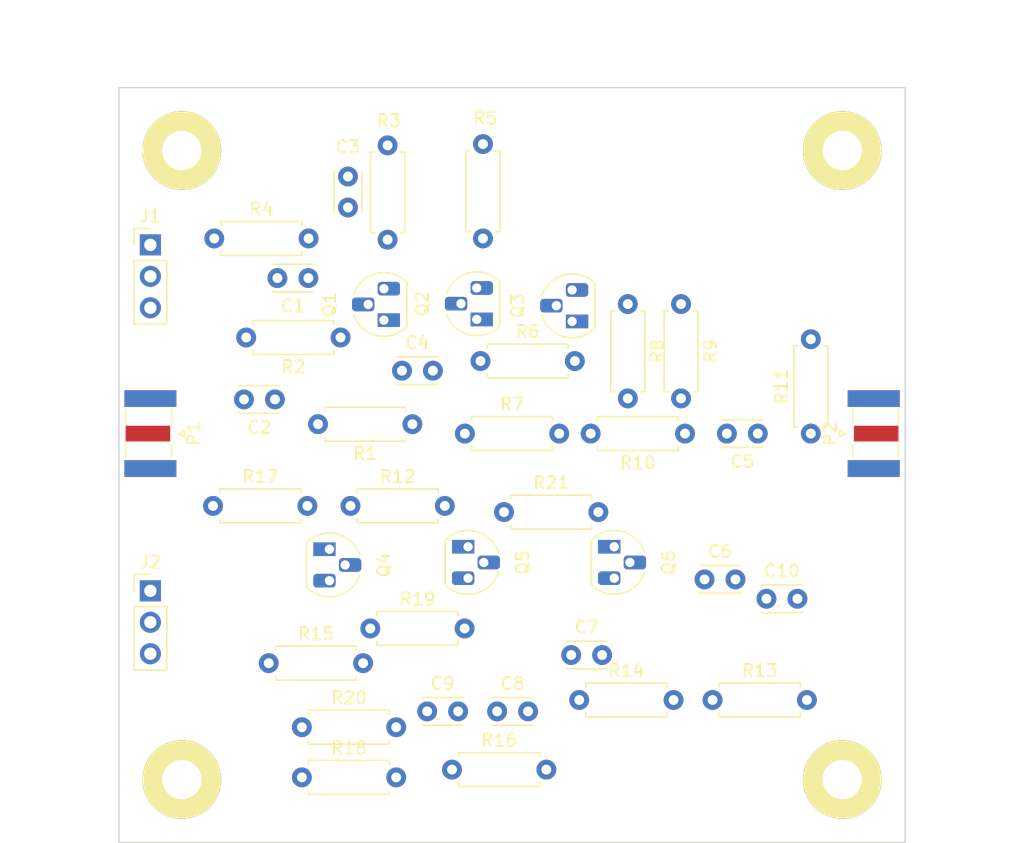
<source format=kicad_pcb>
(kicad_pcb (version 20171130) (host pcbnew "(5.1.10)-1")

  (general
    (thickness 1.6)
    (drawings 6)
    (tracks 0)
    (zones 0)
    (modules 45)
    (nets 19)
  )

  (page A3)
  (layers
    (0 F.Cu signal)
    (31 B.Cu signal)
    (32 B.Adhes user)
    (33 F.Adhes user)
    (34 B.Paste user)
    (35 F.Paste user)
    (36 B.SilkS user)
    (37 F.SilkS user)
    (38 B.Mask user)
    (39 F.Mask user)
    (40 Dwgs.User user)
    (41 Cmts.User user)
    (42 Eco1.User user)
    (43 Eco2.User user)
    (44 Edge.Cuts user)
    (45 Margin user)
    (46 B.CrtYd user)
    (47 F.CrtYd user hide)
  )

  (setup
    (last_trace_width 0.254)
    (user_trace_width 1.27)
    (trace_clearance 0.254)
    (zone_clearance 0.2032)
    (zone_45_only no)
    (trace_min 0.254)
    (via_size 0.889)
    (via_drill 0.635)
    (via_min_size 0.889)
    (via_min_drill 0.508)
    (uvia_size 0.508)
    (uvia_drill 0.127)
    (uvias_allowed no)
    (uvia_min_size 0.508)
    (uvia_min_drill 0.127)
    (edge_width 0.1)
    (segment_width 0.2)
    (pcb_text_width 0.3)
    (pcb_text_size 1.5 1.5)
    (mod_edge_width 0.15)
    (mod_text_size 1 1)
    (mod_text_width 0.15)
    (pad_size 1.5 1.5)
    (pad_drill 0.6)
    (pad_to_mask_clearance 0)
    (aux_axis_origin 0 0)
    (grid_origin 66.04 35.5346)
    (visible_elements 7FFFFF7F)
    (pcbplotparams
      (layerselection 0x010f0_ffffffff)
      (usegerberextensions true)
      (usegerberattributes true)
      (usegerberadvancedattributes true)
      (creategerberjobfile true)
      (excludeedgelayer true)
      (linewidth 0.150000)
      (plotframeref false)
      (viasonmask false)
      (mode 1)
      (useauxorigin false)
      (hpglpennumber 1)
      (hpglpenspeed 20)
      (hpglpendiameter 15.000000)
      (psnegative false)
      (psa4output false)
      (plotreference true)
      (plotvalue true)
      (plotinvisibletext false)
      (padsonsilk false)
      (subtractmaskfromsilk false)
      (outputformat 1)
      (mirror false)
      (drillshape 0)
      (scaleselection 1)
      (outputdirectory "PLOTS/"))
  )

  (net 0 "")
  (net 1 GND)
  (net 2 "Net-(C1-Pad1)")
  (net 3 /V1)
  (net 4 VIN)
  (net 5 "Net-(C3-Pad1)")
  (net 6 "Net-(C4-Pad1)")
  (net 7 V2)
  (net 8 /V5)
  (net 9 /S2)
  (net 10 "Net-(C7-Pad1)")
  (net 11 "Net-(C8-Pad1)")
  (net 12 "Net-(C9-Pad1)")
  (net 13 /V3)
  (net 14 /V4)
  (net 15 "Net-(Q3-Pad1)")
  (net 16 "Net-(Q6-Pad1)")
  (net 17 VCC)
  (net 18 "Net-(R14-Pad2)")

  (net_class Default "This is the default net class."
    (clearance 0.254)
    (trace_width 0.254)
    (via_dia 0.889)
    (via_drill 0.635)
    (uvia_dia 0.508)
    (uvia_drill 0.127)
    (diff_pair_width 0.254)
    (diff_pair_gap 0.25)
    (add_net /S2)
    (add_net /V1)
    (add_net /V3)
    (add_net /V4)
    (add_net /V5)
    (add_net GND)
    (add_net "Net-(C1-Pad1)")
    (add_net "Net-(C3-Pad1)")
    (add_net "Net-(C4-Pad1)")
    (add_net "Net-(C7-Pad1)")
    (add_net "Net-(C8-Pad1)")
    (add_net "Net-(C9-Pad1)")
    (add_net "Net-(Q3-Pad1)")
    (add_net "Net-(Q6-Pad1)")
    (add_net "Net-(R14-Pad2)")
    (add_net V2)
    (add_net VCC)
    (add_net VIN)
  )

  (module Capacitor_THT:C_Disc_D3.0mm_W2.0mm_P2.50mm (layer F.Cu) (tedit 5AE50EF0) (tstamp 617A15E5)
    (at 119.44 71.2346 180)
    (descr "C, Disc series, Radial, pin pitch=2.50mm, , diameter*width=3*2mm^2, Capacitor")
    (tags "C Disc series Radial pin pitch 2.50mm  diameter 3mm width 2mm Capacitor")
    (path /51AC8CF0)
    (fp_text reference C1 (at 1.25 -2.25) (layer F.SilkS)
      (effects (font (size 1 1) (thickness 0.15)))
    )
    (fp_text value 0.1u (at 1.25 2.25) (layer F.Fab)
      (effects (font (size 1 1) (thickness 0.15)))
    )
    (fp_text user %R (at 1.25 0) (layer F.Fab)
      (effects (font (size 0.6 0.6) (thickness 0.09)))
    )
    (fp_line (start -0.25 -1) (end -0.25 1) (layer F.Fab) (width 0.1))
    (fp_line (start -0.25 1) (end 2.75 1) (layer F.Fab) (width 0.1))
    (fp_line (start 2.75 1) (end 2.75 -1) (layer F.Fab) (width 0.1))
    (fp_line (start 2.75 -1) (end -0.25 -1) (layer F.Fab) (width 0.1))
    (fp_line (start -0.37 -1.12) (end 2.87 -1.12) (layer F.SilkS) (width 0.12))
    (fp_line (start -0.37 1.12) (end 2.87 1.12) (layer F.SilkS) (width 0.12))
    (fp_line (start -0.37 -1.12) (end -0.37 -1.055) (layer F.SilkS) (width 0.12))
    (fp_line (start -0.37 1.055) (end -0.37 1.12) (layer F.SilkS) (width 0.12))
    (fp_line (start 2.87 -1.12) (end 2.87 -1.055) (layer F.SilkS) (width 0.12))
    (fp_line (start 2.87 1.055) (end 2.87 1.12) (layer F.SilkS) (width 0.12))
    (fp_line (start -1.05 -1.25) (end -1.05 1.25) (layer F.CrtYd) (width 0.05))
    (fp_line (start -1.05 1.25) (end 3.55 1.25) (layer F.CrtYd) (width 0.05))
    (fp_line (start 3.55 1.25) (end 3.55 -1.25) (layer F.CrtYd) (width 0.05))
    (fp_line (start 3.55 -1.25) (end -1.05 -1.25) (layer F.CrtYd) (width 0.05))
    (pad 2 thru_hole circle (at 2.5 0 180) (size 1.6 1.6) (drill 0.8) (layers *.Cu *.Mask)
      (net 1 GND))
    (pad 1 thru_hole circle (at 0 0 180) (size 1.6 1.6) (drill 0.8) (layers *.Cu *.Mask)
      (net 2 "Net-(C1-Pad1)"))
    (model ${KISYS3DMOD}/Capacitor_THT.3dshapes/C_Disc_D3.0mm_W2.0mm_P2.50mm.wrl
      (at (xyz 0 0 0))
      (scale (xyz 1 1 1))
      (rotate (xyz 0 0 0))
    )
  )

  (module Capacitor_THT:C_Disc_D3.0mm_W2.0mm_P2.50mm (layer F.Cu) (tedit 5AE50EF0) (tstamp 617A15FA)
    (at 116.74 81.0346 180)
    (descr "C, Disc series, Radial, pin pitch=2.50mm, , diameter*width=3*2mm^2, Capacitor")
    (tags "C Disc series Radial pin pitch 2.50mm  diameter 3mm width 2mm Capacitor")
    (path /617F986A)
    (fp_text reference C2 (at 1.25 -2.25) (layer F.SilkS)
      (effects (font (size 1 1) (thickness 0.15)))
    )
    (fp_text value 0.1u (at 1.25 2.25) (layer F.Fab)
      (effects (font (size 1 1) (thickness 0.15)))
    )
    (fp_line (start 3.55 -1.25) (end -1.05 -1.25) (layer F.CrtYd) (width 0.05))
    (fp_line (start 3.55 1.25) (end 3.55 -1.25) (layer F.CrtYd) (width 0.05))
    (fp_line (start -1.05 1.25) (end 3.55 1.25) (layer F.CrtYd) (width 0.05))
    (fp_line (start -1.05 -1.25) (end -1.05 1.25) (layer F.CrtYd) (width 0.05))
    (fp_line (start 2.87 1.055) (end 2.87 1.12) (layer F.SilkS) (width 0.12))
    (fp_line (start 2.87 -1.12) (end 2.87 -1.055) (layer F.SilkS) (width 0.12))
    (fp_line (start -0.37 1.055) (end -0.37 1.12) (layer F.SilkS) (width 0.12))
    (fp_line (start -0.37 -1.12) (end -0.37 -1.055) (layer F.SilkS) (width 0.12))
    (fp_line (start -0.37 1.12) (end 2.87 1.12) (layer F.SilkS) (width 0.12))
    (fp_line (start -0.37 -1.12) (end 2.87 -1.12) (layer F.SilkS) (width 0.12))
    (fp_line (start 2.75 -1) (end -0.25 -1) (layer F.Fab) (width 0.1))
    (fp_line (start 2.75 1) (end 2.75 -1) (layer F.Fab) (width 0.1))
    (fp_line (start -0.25 1) (end 2.75 1) (layer F.Fab) (width 0.1))
    (fp_line (start -0.25 -1) (end -0.25 1) (layer F.Fab) (width 0.1))
    (fp_text user %R (at 1.25 0) (layer F.Fab)
      (effects (font (size 0.6 0.6) (thickness 0.09)))
    )
    (pad 1 thru_hole circle (at 0 0 180) (size 1.6 1.6) (drill 0.8) (layers *.Cu *.Mask)
      (net 3 /V1))
    (pad 2 thru_hole circle (at 2.5 0 180) (size 1.6 1.6) (drill 0.8) (layers *.Cu *.Mask)
      (net 4 VIN))
    (model ${KISYS3DMOD}/Capacitor_THT.3dshapes/C_Disc_D3.0mm_W2.0mm_P2.50mm.wrl
      (at (xyz 0 0 0))
      (scale (xyz 1 1 1))
      (rotate (xyz 0 0 0))
    )
  )

  (module Capacitor_THT:C_Disc_D3.0mm_W2.0mm_P2.50mm (layer F.Cu) (tedit 5AE50EF0) (tstamp 617A160F)
    (at 122.64 63.0346 270)
    (descr "C, Disc series, Radial, pin pitch=2.50mm, , diameter*width=3*2mm^2, Capacitor")
    (tags "C Disc series Radial pin pitch 2.50mm  diameter 3mm width 2mm Capacitor")
    (path /617D3AC0)
    (fp_text reference C3 (at -2.4 0 180) (layer F.SilkS)
      (effects (font (size 1 1) (thickness 0.15)))
    )
    (fp_text value 0.1u (at 1.25 2.25 90) (layer F.Fab)
      (effects (font (size 1 1) (thickness 0.15)))
    )
    (fp_text user %R (at 1.25 0 90) (layer F.Fab)
      (effects (font (size 0.6 0.6) (thickness 0.09)))
    )
    (fp_line (start -0.25 -1) (end -0.25 1) (layer F.Fab) (width 0.1))
    (fp_line (start -0.25 1) (end 2.75 1) (layer F.Fab) (width 0.1))
    (fp_line (start 2.75 1) (end 2.75 -1) (layer F.Fab) (width 0.1))
    (fp_line (start 2.75 -1) (end -0.25 -1) (layer F.Fab) (width 0.1))
    (fp_line (start -0.37 -1.12) (end 2.87 -1.12) (layer F.SilkS) (width 0.12))
    (fp_line (start -0.37 1.12) (end 2.87 1.12) (layer F.SilkS) (width 0.12))
    (fp_line (start -0.37 -1.12) (end -0.37 -1.055) (layer F.SilkS) (width 0.12))
    (fp_line (start -0.37 1.055) (end -0.37 1.12) (layer F.SilkS) (width 0.12))
    (fp_line (start 2.87 -1.12) (end 2.87 -1.055) (layer F.SilkS) (width 0.12))
    (fp_line (start 2.87 1.055) (end 2.87 1.12) (layer F.SilkS) (width 0.12))
    (fp_line (start -1.05 -1.25) (end -1.05 1.25) (layer F.CrtYd) (width 0.05))
    (fp_line (start -1.05 1.25) (end 3.55 1.25) (layer F.CrtYd) (width 0.05))
    (fp_line (start 3.55 1.25) (end 3.55 -1.25) (layer F.CrtYd) (width 0.05))
    (fp_line (start 3.55 -1.25) (end -1.05 -1.25) (layer F.CrtYd) (width 0.05))
    (pad 2 thru_hole circle (at 2.5 0 270) (size 1.6 1.6) (drill 0.8) (layers *.Cu *.Mask)
      (net 3 /V1))
    (pad 1 thru_hole circle (at 0 0 270) (size 1.6 1.6) (drill 0.8) (layers *.Cu *.Mask)
      (net 5 "Net-(C3-Pad1)"))
    (model ${KISYS3DMOD}/Capacitor_THT.3dshapes/C_Disc_D3.0mm_W2.0mm_P2.50mm.wrl
      (at (xyz 0 0 0))
      (scale (xyz 1 1 1))
      (rotate (xyz 0 0 0))
    )
  )

  (module Capacitor_THT:C_Disc_D3.0mm_W2.0mm_P2.50mm (layer F.Cu) (tedit 5AE50EF0) (tstamp 617A1624)
    (at 127 78.7146)
    (descr "C, Disc series, Radial, pin pitch=2.50mm, , diameter*width=3*2mm^2, Capacitor")
    (tags "C Disc series Radial pin pitch 2.50mm  diameter 3mm width 2mm Capacitor")
    (path /617C0079)
    (fp_text reference C4 (at 1.25 -2.25) (layer F.SilkS)
      (effects (font (size 1 1) (thickness 0.15)))
    )
    (fp_text value 0.1u (at 1.25 2.25) (layer F.Fab)
      (effects (font (size 1 1) (thickness 0.15)))
    )
    (fp_line (start 3.55 -1.25) (end -1.05 -1.25) (layer F.CrtYd) (width 0.05))
    (fp_line (start 3.55 1.25) (end 3.55 -1.25) (layer F.CrtYd) (width 0.05))
    (fp_line (start -1.05 1.25) (end 3.55 1.25) (layer F.CrtYd) (width 0.05))
    (fp_line (start -1.05 -1.25) (end -1.05 1.25) (layer F.CrtYd) (width 0.05))
    (fp_line (start 2.87 1.055) (end 2.87 1.12) (layer F.SilkS) (width 0.12))
    (fp_line (start 2.87 -1.12) (end 2.87 -1.055) (layer F.SilkS) (width 0.12))
    (fp_line (start -0.37 1.055) (end -0.37 1.12) (layer F.SilkS) (width 0.12))
    (fp_line (start -0.37 -1.12) (end -0.37 -1.055) (layer F.SilkS) (width 0.12))
    (fp_line (start -0.37 1.12) (end 2.87 1.12) (layer F.SilkS) (width 0.12))
    (fp_line (start -0.37 -1.12) (end 2.87 -1.12) (layer F.SilkS) (width 0.12))
    (fp_line (start 2.75 -1) (end -0.25 -1) (layer F.Fab) (width 0.1))
    (fp_line (start 2.75 1) (end 2.75 -1) (layer F.Fab) (width 0.1))
    (fp_line (start -0.25 1) (end 2.75 1) (layer F.Fab) (width 0.1))
    (fp_line (start -0.25 -1) (end -0.25 1) (layer F.Fab) (width 0.1))
    (fp_text user %R (at 1.25 0) (layer F.Fab)
      (effects (font (size 0.6 0.6) (thickness 0.09)))
    )
    (pad 1 thru_hole circle (at 0 0) (size 1.6 1.6) (drill 0.8) (layers *.Cu *.Mask)
      (net 6 "Net-(C4-Pad1)"))
    (pad 2 thru_hole circle (at 2.5 0) (size 1.6 1.6) (drill 0.8) (layers *.Cu *.Mask)
      (net 7 V2))
    (model ${KISYS3DMOD}/Capacitor_THT.3dshapes/C_Disc_D3.0mm_W2.0mm_P2.50mm.wrl
      (at (xyz 0 0 0))
      (scale (xyz 1 1 1))
      (rotate (xyz 0 0 0))
    )
  )

  (module Capacitor_THT:C_Disc_D3.0mm_W2.0mm_P2.50mm (layer F.Cu) (tedit 5AE50EF0) (tstamp 617A1639)
    (at 155.74 83.7946 180)
    (descr "C, Disc series, Radial, pin pitch=2.50mm, , diameter*width=3*2mm^2, Capacitor")
    (tags "C Disc series Radial pin pitch 2.50mm  diameter 3mm width 2mm Capacitor")
    (path /6185A2C3)
    (fp_text reference C5 (at 1.25 -2.25) (layer F.SilkS)
      (effects (font (size 1 1) (thickness 0.15)))
    )
    (fp_text value 0.1u (at 1.25 2.25) (layer F.Fab)
      (effects (font (size 1 1) (thickness 0.15)))
    )
    (fp_text user %R (at 1.25 0) (layer F.Fab)
      (effects (font (size 0.6 0.6) (thickness 0.09)))
    )
    (fp_line (start -0.25 -1) (end -0.25 1) (layer F.Fab) (width 0.1))
    (fp_line (start -0.25 1) (end 2.75 1) (layer F.Fab) (width 0.1))
    (fp_line (start 2.75 1) (end 2.75 -1) (layer F.Fab) (width 0.1))
    (fp_line (start 2.75 -1) (end -0.25 -1) (layer F.Fab) (width 0.1))
    (fp_line (start -0.37 -1.12) (end 2.87 -1.12) (layer F.SilkS) (width 0.12))
    (fp_line (start -0.37 1.12) (end 2.87 1.12) (layer F.SilkS) (width 0.12))
    (fp_line (start -0.37 -1.12) (end -0.37 -1.055) (layer F.SilkS) (width 0.12))
    (fp_line (start -0.37 1.055) (end -0.37 1.12) (layer F.SilkS) (width 0.12))
    (fp_line (start 2.87 -1.12) (end 2.87 -1.055) (layer F.SilkS) (width 0.12))
    (fp_line (start 2.87 1.055) (end 2.87 1.12) (layer F.SilkS) (width 0.12))
    (fp_line (start -1.05 -1.25) (end -1.05 1.25) (layer F.CrtYd) (width 0.05))
    (fp_line (start -1.05 1.25) (end 3.55 1.25) (layer F.CrtYd) (width 0.05))
    (fp_line (start 3.55 1.25) (end 3.55 -1.25) (layer F.CrtYd) (width 0.05))
    (fp_line (start 3.55 -1.25) (end -1.05 -1.25) (layer F.CrtYd) (width 0.05))
    (pad 2 thru_hole circle (at 2.5 0 180) (size 1.6 1.6) (drill 0.8) (layers *.Cu *.Mask)
      (net 8 /V5))
    (pad 1 thru_hole circle (at 0 0 180) (size 1.6 1.6) (drill 0.8) (layers *.Cu *.Mask)
      (net 9 /S2))
    (model ${KISYS3DMOD}/Capacitor_THT.3dshapes/C_Disc_D3.0mm_W2.0mm_P2.50mm.wrl
      (at (xyz 0 0 0))
      (scale (xyz 1 1 1))
      (rotate (xyz 0 0 0))
    )
  )

  (module Capacitor_THT:C_Disc_D3.0mm_W2.0mm_P2.50mm (layer F.Cu) (tedit 5AE50EF0) (tstamp 617A164E)
    (at 151.435001 95.569601)
    (descr "C, Disc series, Radial, pin pitch=2.50mm, , diameter*width=3*2mm^2, Capacitor")
    (tags "C Disc series Radial pin pitch 2.50mm  diameter 3mm width 2mm Capacitor")
    (path /617A5923)
    (fp_text reference C6 (at 1.25 -2.25) (layer F.SilkS)
      (effects (font (size 1 1) (thickness 0.15)))
    )
    (fp_text value 0.1u (at 1.25 2.25) (layer F.Fab)
      (effects (font (size 1 1) (thickness 0.15)))
    )
    (fp_line (start 3.55 -1.25) (end -1.05 -1.25) (layer F.CrtYd) (width 0.05))
    (fp_line (start 3.55 1.25) (end 3.55 -1.25) (layer F.CrtYd) (width 0.05))
    (fp_line (start -1.05 1.25) (end 3.55 1.25) (layer F.CrtYd) (width 0.05))
    (fp_line (start -1.05 -1.25) (end -1.05 1.25) (layer F.CrtYd) (width 0.05))
    (fp_line (start 2.87 1.055) (end 2.87 1.12) (layer F.SilkS) (width 0.12))
    (fp_line (start 2.87 -1.12) (end 2.87 -1.055) (layer F.SilkS) (width 0.12))
    (fp_line (start -0.37 1.055) (end -0.37 1.12) (layer F.SilkS) (width 0.12))
    (fp_line (start -0.37 -1.12) (end -0.37 -1.055) (layer F.SilkS) (width 0.12))
    (fp_line (start -0.37 1.12) (end 2.87 1.12) (layer F.SilkS) (width 0.12))
    (fp_line (start -0.37 -1.12) (end 2.87 -1.12) (layer F.SilkS) (width 0.12))
    (fp_line (start 2.75 -1) (end -0.25 -1) (layer F.Fab) (width 0.1))
    (fp_line (start 2.75 1) (end 2.75 -1) (layer F.Fab) (width 0.1))
    (fp_line (start -0.25 1) (end 2.75 1) (layer F.Fab) (width 0.1))
    (fp_line (start -0.25 -1) (end -0.25 1) (layer F.Fab) (width 0.1))
    (fp_text user %R (at 1.25 0) (layer F.Fab)
      (effects (font (size 0.6 0.6) (thickness 0.09)))
    )
    (pad 1 thru_hole circle (at 0 0) (size 1.6 1.6) (drill 0.8) (layers *.Cu *.Mask)
      (net 3 /V1))
    (pad 2 thru_hole circle (at 2.5 0) (size 1.6 1.6) (drill 0.8) (layers *.Cu *.Mask)
      (net 9 /S2))
    (model ${KISYS3DMOD}/Capacitor_THT.3dshapes/C_Disc_D3.0mm_W2.0mm_P2.50mm.wrl
      (at (xyz 0 0 0))
      (scale (xyz 1 1 1))
      (rotate (xyz 0 0 0))
    )
  )

  (module Capacitor_THT:C_Disc_D3.0mm_W2.0mm_P2.50mm (layer F.Cu) (tedit 5AE50EF0) (tstamp 617A1663)
    (at 140.665001 101.679601)
    (descr "C, Disc series, Radial, pin pitch=2.50mm, , diameter*width=3*2mm^2, Capacitor")
    (tags "C Disc series Radial pin pitch 2.50mm  diameter 3mm width 2mm Capacitor")
    (path /617A5881)
    (fp_text reference C7 (at 1.25 -2.25) (layer F.SilkS)
      (effects (font (size 1 1) (thickness 0.15)))
    )
    (fp_text value 0.1u (at 1.25 2.25) (layer F.Fab)
      (effects (font (size 1 1) (thickness 0.15)))
    )
    (fp_line (start 3.55 -1.25) (end -1.05 -1.25) (layer F.CrtYd) (width 0.05))
    (fp_line (start 3.55 1.25) (end 3.55 -1.25) (layer F.CrtYd) (width 0.05))
    (fp_line (start -1.05 1.25) (end 3.55 1.25) (layer F.CrtYd) (width 0.05))
    (fp_line (start -1.05 -1.25) (end -1.05 1.25) (layer F.CrtYd) (width 0.05))
    (fp_line (start 2.87 1.055) (end 2.87 1.12) (layer F.SilkS) (width 0.12))
    (fp_line (start 2.87 -1.12) (end 2.87 -1.055) (layer F.SilkS) (width 0.12))
    (fp_line (start -0.37 1.055) (end -0.37 1.12) (layer F.SilkS) (width 0.12))
    (fp_line (start -0.37 -1.12) (end -0.37 -1.055) (layer F.SilkS) (width 0.12))
    (fp_line (start -0.37 1.12) (end 2.87 1.12) (layer F.SilkS) (width 0.12))
    (fp_line (start -0.37 -1.12) (end 2.87 -1.12) (layer F.SilkS) (width 0.12))
    (fp_line (start 2.75 -1) (end -0.25 -1) (layer F.Fab) (width 0.1))
    (fp_line (start 2.75 1) (end 2.75 -1) (layer F.Fab) (width 0.1))
    (fp_line (start -0.25 1) (end 2.75 1) (layer F.Fab) (width 0.1))
    (fp_line (start -0.25 -1) (end -0.25 1) (layer F.Fab) (width 0.1))
    (fp_text user %R (at 1.25 0) (layer F.Fab)
      (effects (font (size 0.6 0.6) (thickness 0.09)))
    )
    (pad 1 thru_hole circle (at 0 0) (size 1.6 1.6) (drill 0.8) (layers *.Cu *.Mask)
      (net 10 "Net-(C7-Pad1)"))
    (pad 2 thru_hole circle (at 2.5 0) (size 1.6 1.6) (drill 0.8) (layers *.Cu *.Mask)
      (net 1 GND))
    (model ${KISYS3DMOD}/Capacitor_THT.3dshapes/C_Disc_D3.0mm_W2.0mm_P2.50mm.wrl
      (at (xyz 0 0 0))
      (scale (xyz 1 1 1))
      (rotate (xyz 0 0 0))
    )
  )

  (module Capacitor_THT:C_Disc_D3.0mm_W2.0mm_P2.50mm (layer F.Cu) (tedit 5AE50EF0) (tstamp 617A1678)
    (at 134.685001 106.229601)
    (descr "C, Disc series, Radial, pin pitch=2.50mm, , diameter*width=3*2mm^2, Capacitor")
    (tags "C Disc series Radial pin pitch 2.50mm  diameter 3mm width 2mm Capacitor")
    (path /617A58E9)
    (fp_text reference C8 (at 1.25 -2.25) (layer F.SilkS)
      (effects (font (size 1 1) (thickness 0.15)))
    )
    (fp_text value 0.1u (at 1.25 2.25) (layer F.Fab)
      (effects (font (size 1 1) (thickness 0.15)))
    )
    (fp_text user %R (at 1.25 0) (layer F.Fab)
      (effects (font (size 0.6 0.6) (thickness 0.09)))
    )
    (fp_line (start -0.25 -1) (end -0.25 1) (layer F.Fab) (width 0.1))
    (fp_line (start -0.25 1) (end 2.75 1) (layer F.Fab) (width 0.1))
    (fp_line (start 2.75 1) (end 2.75 -1) (layer F.Fab) (width 0.1))
    (fp_line (start 2.75 -1) (end -0.25 -1) (layer F.Fab) (width 0.1))
    (fp_line (start -0.37 -1.12) (end 2.87 -1.12) (layer F.SilkS) (width 0.12))
    (fp_line (start -0.37 1.12) (end 2.87 1.12) (layer F.SilkS) (width 0.12))
    (fp_line (start -0.37 -1.12) (end -0.37 -1.055) (layer F.SilkS) (width 0.12))
    (fp_line (start -0.37 1.055) (end -0.37 1.12) (layer F.SilkS) (width 0.12))
    (fp_line (start 2.87 -1.12) (end 2.87 -1.055) (layer F.SilkS) (width 0.12))
    (fp_line (start 2.87 1.055) (end 2.87 1.12) (layer F.SilkS) (width 0.12))
    (fp_line (start -1.05 -1.25) (end -1.05 1.25) (layer F.CrtYd) (width 0.05))
    (fp_line (start -1.05 1.25) (end 3.55 1.25) (layer F.CrtYd) (width 0.05))
    (fp_line (start 3.55 1.25) (end 3.55 -1.25) (layer F.CrtYd) (width 0.05))
    (fp_line (start 3.55 -1.25) (end -1.05 -1.25) (layer F.CrtYd) (width 0.05))
    (pad 2 thru_hole circle (at 2.5 0) (size 1.6 1.6) (drill 0.8) (layers *.Cu *.Mask)
      (net 3 /V1))
    (pad 1 thru_hole circle (at 0 0) (size 1.6 1.6) (drill 0.8) (layers *.Cu *.Mask)
      (net 11 "Net-(C8-Pad1)"))
    (model ${KISYS3DMOD}/Capacitor_THT.3dshapes/C_Disc_D3.0mm_W2.0mm_P2.50mm.wrl
      (at (xyz 0 0 0))
      (scale (xyz 1 1 1))
      (rotate (xyz 0 0 0))
    )
  )

  (module Capacitor_THT:C_Disc_D3.0mm_W2.0mm_P2.50mm (layer F.Cu) (tedit 5AE50EF0) (tstamp 617A168D)
    (at 129.035001 106.229601)
    (descr "C, Disc series, Radial, pin pitch=2.50mm, , diameter*width=3*2mm^2, Capacitor")
    (tags "C Disc series Radial pin pitch 2.50mm  diameter 3mm width 2mm Capacitor")
    (path /617A58D6)
    (fp_text reference C9 (at 1.25 -2.25) (layer F.SilkS)
      (effects (font (size 1 1) (thickness 0.15)))
    )
    (fp_text value 0.1u (at 1.25 2.25) (layer F.Fab)
      (effects (font (size 1 1) (thickness 0.15)))
    )
    (fp_line (start 3.55 -1.25) (end -1.05 -1.25) (layer F.CrtYd) (width 0.05))
    (fp_line (start 3.55 1.25) (end 3.55 -1.25) (layer F.CrtYd) (width 0.05))
    (fp_line (start -1.05 1.25) (end 3.55 1.25) (layer F.CrtYd) (width 0.05))
    (fp_line (start -1.05 -1.25) (end -1.05 1.25) (layer F.CrtYd) (width 0.05))
    (fp_line (start 2.87 1.055) (end 2.87 1.12) (layer F.SilkS) (width 0.12))
    (fp_line (start 2.87 -1.12) (end 2.87 -1.055) (layer F.SilkS) (width 0.12))
    (fp_line (start -0.37 1.055) (end -0.37 1.12) (layer F.SilkS) (width 0.12))
    (fp_line (start -0.37 -1.12) (end -0.37 -1.055) (layer F.SilkS) (width 0.12))
    (fp_line (start -0.37 1.12) (end 2.87 1.12) (layer F.SilkS) (width 0.12))
    (fp_line (start -0.37 -1.12) (end 2.87 -1.12) (layer F.SilkS) (width 0.12))
    (fp_line (start 2.75 -1) (end -0.25 -1) (layer F.Fab) (width 0.1))
    (fp_line (start 2.75 1) (end 2.75 -1) (layer F.Fab) (width 0.1))
    (fp_line (start -0.25 1) (end 2.75 1) (layer F.Fab) (width 0.1))
    (fp_line (start -0.25 -1) (end -0.25 1) (layer F.Fab) (width 0.1))
    (fp_text user %R (at 1.25 0) (layer F.Fab)
      (effects (font (size 0.6 0.6) (thickness 0.09)))
    )
    (pad 1 thru_hole circle (at 0 0) (size 1.6 1.6) (drill 0.8) (layers *.Cu *.Mask)
      (net 12 "Net-(C9-Pad1)"))
    (pad 2 thru_hole circle (at 2.5 0) (size 1.6 1.6) (drill 0.8) (layers *.Cu *.Mask)
      (net 7 V2))
    (model ${KISYS3DMOD}/Capacitor_THT.3dshapes/C_Disc_D3.0mm_W2.0mm_P2.50mm.wrl
      (at (xyz 0 0 0))
      (scale (xyz 1 1 1))
      (rotate (xyz 0 0 0))
    )
  )

  (module Capacitor_THT:C_Disc_D3.0mm_W2.0mm_P2.50mm (layer F.Cu) (tedit 5AE50EF0) (tstamp 617A16A2)
    (at 156.44 97.1346)
    (descr "C, Disc series, Radial, pin pitch=2.50mm, , diameter*width=3*2mm^2, Capacitor")
    (tags "C Disc series Radial pin pitch 2.50mm  diameter 3mm width 2mm Capacitor")
    (path /617A5977)
    (fp_text reference C10 (at 1.25 -2.25) (layer F.SilkS)
      (effects (font (size 1 1) (thickness 0.15)))
    )
    (fp_text value 0.1u (at 1.25 2.25) (layer F.Fab)
      (effects (font (size 1 1) (thickness 0.15)))
    )
    (fp_text user %R (at 1.25 0) (layer F.Fab)
      (effects (font (size 0.6 0.6) (thickness 0.09)))
    )
    (fp_line (start -0.25 -1) (end -0.25 1) (layer F.Fab) (width 0.1))
    (fp_line (start -0.25 1) (end 2.75 1) (layer F.Fab) (width 0.1))
    (fp_line (start 2.75 1) (end 2.75 -1) (layer F.Fab) (width 0.1))
    (fp_line (start 2.75 -1) (end -0.25 -1) (layer F.Fab) (width 0.1))
    (fp_line (start -0.37 -1.12) (end 2.87 -1.12) (layer F.SilkS) (width 0.12))
    (fp_line (start -0.37 1.12) (end 2.87 1.12) (layer F.SilkS) (width 0.12))
    (fp_line (start -0.37 -1.12) (end -0.37 -1.055) (layer F.SilkS) (width 0.12))
    (fp_line (start -0.37 1.055) (end -0.37 1.12) (layer F.SilkS) (width 0.12))
    (fp_line (start 2.87 -1.12) (end 2.87 -1.055) (layer F.SilkS) (width 0.12))
    (fp_line (start 2.87 1.055) (end 2.87 1.12) (layer F.SilkS) (width 0.12))
    (fp_line (start -1.05 -1.25) (end -1.05 1.25) (layer F.CrtYd) (width 0.05))
    (fp_line (start -1.05 1.25) (end 3.55 1.25) (layer F.CrtYd) (width 0.05))
    (fp_line (start 3.55 1.25) (end 3.55 -1.25) (layer F.CrtYd) (width 0.05))
    (fp_line (start 3.55 -1.25) (end -1.05 -1.25) (layer F.CrtYd) (width 0.05))
    (pad 2 thru_hole circle (at 2.5 0) (size 1.6 1.6) (drill 0.8) (layers *.Cu *.Mask)
      (net 8 /V5))
    (pad 1 thru_hole circle (at 0 0) (size 1.6 1.6) (drill 0.8) (layers *.Cu *.Mask)
      (net 4 VIN))
    (model ${KISYS3DMOD}/Capacitor_THT.3dshapes/C_Disc_D3.0mm_W2.0mm_P2.50mm.wrl
      (at (xyz 0 0 0))
      (scale (xyz 1 1 1))
      (rotate (xyz 0 0 0))
    )
  )

  (module MTG-4-40 locked (layer F.Cu) (tedit 5CF905B3) (tstamp 617A16A8)
    (at 109.22 111.7346)
    (path /51ADF1DC)
    (fp_text reference MTG1 (at -6.858 -0.635) (layer F.SilkS) hide
      (effects (font (size 1 1) (thickness 0.25)))
    )
    (fp_text value CONN_1 (at 0 -5.08) (layer F.SilkS) hide
      (effects (font (size 1.524 1.524) (thickness 0.3048)))
    )
    (fp_circle (center 0 0) (end 3.352745 0) (layer F.CrtYd) (width 0.05))
    (pad 1 thru_hole circle (at 0 0) (size 6.35 6.35) (drill 3.175) (layers *.Cu *.Mask F.SilkS))
  )

  (module MTG-4-40 locked (layer F.Cu) (tedit 5CF905B3) (tstamp 617A16AE)
    (at 162.56 111.7346)
    (path /51ADF21A)
    (fp_text reference MTG2 (at -6.858 -0.635) (layer F.SilkS) hide
      (effects (font (size 1 1) (thickness 0.25)))
    )
    (fp_text value CONN_1 (at 0 -5.08) (layer F.SilkS) hide
      (effects (font (size 1.524 1.524) (thickness 0.3048)))
    )
    (fp_circle (center 0 0) (end 3.352745 0) (layer F.CrtYd) (width 0.05))
    (pad 1 thru_hole circle (at 0 0) (size 6.35 6.35) (drill 3.175) (layers *.Cu *.Mask F.SilkS))
  )

  (module MTG-4-40 locked (layer F.Cu) (tedit 5CF905B3) (tstamp 617A16B4)
    (at 109.22 60.9346)
    (path /51ADF221)
    (fp_text reference MTG3 (at -6.858 -0.635) (layer F.SilkS) hide
      (effects (font (size 1 1) (thickness 0.25)))
    )
    (fp_text value CONN_1 (at 0 -5.08) (layer F.SilkS) hide
      (effects (font (size 1.524 1.524) (thickness 0.3048)))
    )
    (fp_circle (center 0 0) (end 3.352745 0) (layer F.CrtYd) (width 0.05))
    (pad 1 thru_hole circle (at 0 0) (size 6.35 6.35) (drill 3.175) (layers *.Cu *.Mask F.SilkS))
  )

  (module MTG-4-40 locked (layer F.Cu) (tedit 5CF905B3) (tstamp 617A16BA)
    (at 162.56 60.9346)
    (path /51ADF228)
    (fp_text reference MTG4 (at -6.858 -0.635) (layer F.SilkS) hide
      (effects (font (size 1 1) (thickness 0.25)))
    )
    (fp_text value CONN_1 (at 0 -5.08) (layer F.SilkS) hide
      (effects (font (size 1.524 1.524) (thickness 0.3048)))
    )
    (fp_circle (center 0 0) (end 3.352745 0) (layer F.CrtYd) (width 0.05))
    (pad 1 thru_hole circle (at 0 0) (size 6.35 6.35) (drill 3.175) (layers *.Cu *.Mask F.SilkS))
  )

  (module Connector_Coaxial:SMA_Samtec_SMA-J-P-X-ST-EM1_EdgeMount (layer F.Cu) (tedit 5DAA3454) (tstamp 617A16E8)
    (at 106.68 83.7946 270)
    (descr "Connector SMA, 0Hz to 20GHz, 50Ohm, Edge Mount (http://suddendocs.samtec.com/prints/sma-j-p-x-st-em1-mkt.pdf)")
    (tags "SMA Straight Samtec Edge Mount")
    (path /6180367F)
    (attr smd)
    (fp_text reference P1 (at 0 -3.5 90) (layer F.SilkS)
      (effects (font (size 1 1) (thickness 0.15)))
    )
    (fp_text value BNC (at 0 13 90) (layer F.Fab)
      (effects (font (size 1 1) (thickness 0.15)))
    )
    (fp_line (start 0.84 -1.71) (end 1.95 -1.71) (layer F.SilkS) (width 0.12))
    (fp_line (start -1.95 -1.71) (end -0.84 -1.71) (layer F.SilkS) (width 0.12))
    (fp_line (start 0.84 2) (end 1.95 2) (layer F.SilkS) (width 0.12))
    (fp_line (start -1.95 2) (end -0.84 2) (layer F.SilkS) (width 0.12))
    (fp_line (start 3.68 2.6) (end 3.68 12.12) (layer B.CrtYd) (width 0.05))
    (fp_line (start 4 2.6) (end 3.68 2.6) (layer B.CrtYd) (width 0.05))
    (fp_line (start -3.68 12.12) (end -3.68 2.6) (layer B.CrtYd) (width 0.05))
    (fp_line (start -3.68 2.6) (end -4 2.6) (layer B.CrtYd) (width 0.05))
    (fp_line (start 3.68 2.6) (end 3.68 12.12) (layer F.CrtYd) (width 0.05))
    (fp_line (start 3.68 2.6) (end 4 2.6) (layer F.CrtYd) (width 0.05))
    (fp_line (start -3.68 12.12) (end -3.68 2.6) (layer F.CrtYd) (width 0.05))
    (fp_line (start -3.68 2.6) (end -4 2.6) (layer F.CrtYd) (width 0.05))
    (fp_line (start 4.1 2.1) (end -4.1 2.1) (layer Dwgs.User) (width 0.1))
    (fp_line (start -3.175 -1.71) (end -3.175 11.62) (layer F.Fab) (width 0.1))
    (fp_line (start -2.365 -1.71) (end -3.175 -1.71) (layer F.Fab) (width 0.1))
    (fp_line (start -2.365 2.1) (end -2.365 -1.71) (layer F.Fab) (width 0.1))
    (fp_line (start 2.365 2.1) (end -2.365 2.1) (layer F.Fab) (width 0.1))
    (fp_line (start 2.365 -1.71) (end 2.365 2.1) (layer F.Fab) (width 0.1))
    (fp_line (start 3.175 -1.71) (end 2.365 -1.71) (layer F.Fab) (width 0.1))
    (fp_line (start 3.175 -1.71) (end 3.175 11.62) (layer F.Fab) (width 0.1))
    (fp_line (start 3.165 11.62) (end -3.165 11.62) (layer F.Fab) (width 0.1))
    (fp_line (start -4 -2.6) (end 4 -2.6) (layer B.CrtYd) (width 0.05))
    (fp_line (start -4 2.6) (end -4 -2.6) (layer B.CrtYd) (width 0.05))
    (fp_line (start 3.68 12.12) (end -3.68 12.12) (layer B.CrtYd) (width 0.05))
    (fp_line (start 4 2.6) (end 4 -2.6) (layer B.CrtYd) (width 0.05))
    (fp_line (start -4 -2.6) (end 4 -2.6) (layer F.CrtYd) (width 0.05))
    (fp_line (start -4 2.6) (end -4 -2.6) (layer F.CrtYd) (width 0.05))
    (fp_line (start 3.68 12.12) (end -3.68 12.12) (layer F.CrtYd) (width 0.05))
    (fp_line (start 4 2.6) (end 4 -2.6) (layer F.CrtYd) (width 0.05))
    (fp_line (start 0.64 2.1) (end 0 3.1) (layer F.Fab) (width 0.1))
    (fp_line (start 0 3.1) (end -0.64 2.1) (layer F.Fab) (width 0.1))
    (fp_line (start 0 -2.26) (end 0.25 -2.76) (layer F.SilkS) (width 0.12))
    (fp_line (start 0.25 -2.76) (end -0.25 -2.76) (layer F.SilkS) (width 0.12))
    (fp_line (start -0.25 -2.76) (end 0 -2.26) (layer F.SilkS) (width 0.12))
    (fp_text user %R (at 0 4.79 270) (layer F.Fab)
      (effects (font (size 1 1) (thickness 0.15)))
    )
    (fp_text user "PCB Edge" (at 0 2.6 90) (layer Dwgs.User)
      (effects (font (size 0.5 0.5) (thickness 0.1)))
    )
    (fp_text user "Board Thickness: 1.57mm" (at 0 -5.45 90) (layer Cmts.User)
      (effects (font (size 1 1) (thickness 0.15)))
    )
    (pad 2 smd rect (at -2.825 0 270) (size 1.35 4.2) (layers B.Cu B.Paste B.Mask)
      (net 1 GND))
    (pad 2 smd rect (at 2.825 0 270) (size 1.35 4.2) (layers B.Cu B.Paste B.Mask)
      (net 1 GND))
    (pad 2 smd rect (at -2.825 0 270) (size 1.35 4.2) (layers F.Cu F.Paste F.Mask)
      (net 1 GND))
    (pad 2 smd rect (at 2.825 0 270) (size 1.35 4.2) (layers F.Cu F.Paste F.Mask)
      (net 1 GND))
    (pad 1 smd rect (at 0 0.2 270) (size 1.27 3.6) (layers F.Cu F.Paste F.Mask)
      (net 4 VIN))
    (model ${KISYS3DMOD}/Connector_Coaxial.3dshapes/SMA_Samtec_SMA-J-P-X-ST-EM1_EdgeMount.wrl
      (at (xyz 0 0 0))
      (scale (xyz 1 1 1))
      (rotate (xyz 0 0 0))
    )
  )

  (module Connector_Coaxial:SMA_Samtec_SMA-J-P-X-ST-EM1_EdgeMount (layer F.Cu) (tedit 5DAA3454) (tstamp 617A1716)
    (at 165.1 83.7946 90)
    (descr "Connector SMA, 0Hz to 20GHz, 50Ohm, Edge Mount (http://suddendocs.samtec.com/prints/sma-j-p-x-st-em1-mkt.pdf)")
    (tags "SMA Straight Samtec Edge Mount")
    (path /51AC8D54)
    (attr smd)
    (fp_text reference P2 (at 0 -3.5 90) (layer F.SilkS)
      (effects (font (size 1 1) (thickness 0.15)))
    )
    (fp_text value BNC (at 0 13 90) (layer F.Fab)
      (effects (font (size 1 1) (thickness 0.15)))
    )
    (fp_text user "Board Thickness: 1.57mm" (at 0 -5.45 90) (layer Cmts.User)
      (effects (font (size 1 1) (thickness 0.15)))
    )
    (fp_text user "PCB Edge" (at 0 2.6 90) (layer Dwgs.User)
      (effects (font (size 0.5 0.5) (thickness 0.1)))
    )
    (fp_text user %R (at 0 4.79 270) (layer F.Fab)
      (effects (font (size 1 1) (thickness 0.15)))
    )
    (fp_line (start -0.25 -2.76) (end 0 -2.26) (layer F.SilkS) (width 0.12))
    (fp_line (start 0.25 -2.76) (end -0.25 -2.76) (layer F.SilkS) (width 0.12))
    (fp_line (start 0 -2.26) (end 0.25 -2.76) (layer F.SilkS) (width 0.12))
    (fp_line (start 0 3.1) (end -0.64 2.1) (layer F.Fab) (width 0.1))
    (fp_line (start 0.64 2.1) (end 0 3.1) (layer F.Fab) (width 0.1))
    (fp_line (start 4 2.6) (end 4 -2.6) (layer F.CrtYd) (width 0.05))
    (fp_line (start 3.68 12.12) (end -3.68 12.12) (layer F.CrtYd) (width 0.05))
    (fp_line (start -4 2.6) (end -4 -2.6) (layer F.CrtYd) (width 0.05))
    (fp_line (start -4 -2.6) (end 4 -2.6) (layer F.CrtYd) (width 0.05))
    (fp_line (start 4 2.6) (end 4 -2.6) (layer B.CrtYd) (width 0.05))
    (fp_line (start 3.68 12.12) (end -3.68 12.12) (layer B.CrtYd) (width 0.05))
    (fp_line (start -4 2.6) (end -4 -2.6) (layer B.CrtYd) (width 0.05))
    (fp_line (start -4 -2.6) (end 4 -2.6) (layer B.CrtYd) (width 0.05))
    (fp_line (start 3.165 11.62) (end -3.165 11.62) (layer F.Fab) (width 0.1))
    (fp_line (start 3.175 -1.71) (end 3.175 11.62) (layer F.Fab) (width 0.1))
    (fp_line (start 3.175 -1.71) (end 2.365 -1.71) (layer F.Fab) (width 0.1))
    (fp_line (start 2.365 -1.71) (end 2.365 2.1) (layer F.Fab) (width 0.1))
    (fp_line (start 2.365 2.1) (end -2.365 2.1) (layer F.Fab) (width 0.1))
    (fp_line (start -2.365 2.1) (end -2.365 -1.71) (layer F.Fab) (width 0.1))
    (fp_line (start -2.365 -1.71) (end -3.175 -1.71) (layer F.Fab) (width 0.1))
    (fp_line (start -3.175 -1.71) (end -3.175 11.62) (layer F.Fab) (width 0.1))
    (fp_line (start 4.1 2.1) (end -4.1 2.1) (layer Dwgs.User) (width 0.1))
    (fp_line (start -3.68 2.6) (end -4 2.6) (layer F.CrtYd) (width 0.05))
    (fp_line (start -3.68 12.12) (end -3.68 2.6) (layer F.CrtYd) (width 0.05))
    (fp_line (start 3.68 2.6) (end 4 2.6) (layer F.CrtYd) (width 0.05))
    (fp_line (start 3.68 2.6) (end 3.68 12.12) (layer F.CrtYd) (width 0.05))
    (fp_line (start -3.68 2.6) (end -4 2.6) (layer B.CrtYd) (width 0.05))
    (fp_line (start -3.68 12.12) (end -3.68 2.6) (layer B.CrtYd) (width 0.05))
    (fp_line (start 4 2.6) (end 3.68 2.6) (layer B.CrtYd) (width 0.05))
    (fp_line (start 3.68 2.6) (end 3.68 12.12) (layer B.CrtYd) (width 0.05))
    (fp_line (start -1.95 2) (end -0.84 2) (layer F.SilkS) (width 0.12))
    (fp_line (start 0.84 2) (end 1.95 2) (layer F.SilkS) (width 0.12))
    (fp_line (start -1.95 -1.71) (end -0.84 -1.71) (layer F.SilkS) (width 0.12))
    (fp_line (start 0.84 -1.71) (end 1.95 -1.71) (layer F.SilkS) (width 0.12))
    (pad 1 smd rect (at 0 0.2 90) (size 1.27 3.6) (layers F.Cu F.Paste F.Mask)
      (net 9 /S2))
    (pad 2 smd rect (at 2.825 0 90) (size 1.35 4.2) (layers F.Cu F.Paste F.Mask)
      (net 1 GND))
    (pad 2 smd rect (at -2.825 0 90) (size 1.35 4.2) (layers F.Cu F.Paste F.Mask)
      (net 1 GND))
    (pad 2 smd rect (at 2.825 0 90) (size 1.35 4.2) (layers B.Cu B.Paste B.Mask)
      (net 1 GND))
    (pad 2 smd rect (at -2.825 0 90) (size 1.35 4.2) (layers B.Cu B.Paste B.Mask)
      (net 1 GND))
    (model ${KISYS3DMOD}/Connector_Coaxial.3dshapes/SMA_Samtec_SMA-J-P-X-ST-EM1_EdgeMount.wrl
      (at (xyz 0 0 0))
      (scale (xyz 1 1 1))
      (rotate (xyz 0 0 0))
    )
  )

  (module Package_TO_SOT_THT:TO-92_HandSolder (layer F.Cu) (tedit 5A282C46) (tstamp 617A1728)
    (at 125.54 74.6346 90)
    (descr "TO-92 leads molded, narrow, drill 0.75mm, handsoldering variant with enlarged pads (see NXP sot054_po.pdf)")
    (tags "to-92 sc-43 sc-43a sot54 PA33 transistor")
    (path /617AC38E)
    (fp_text reference Q1 (at 1.27 -4.4 90) (layer F.SilkS)
      (effects (font (size 1 1) (thickness 0.15)))
    )
    (fp_text value 2N3904 (at 1.27 2.79 90) (layer F.Fab)
      (effects (font (size 1 1) (thickness 0.15)))
    )
    (fp_arc (start 1.27 0) (end 2.05 -2.45) (angle 117.6433766) (layer F.SilkS) (width 0.12))
    (fp_arc (start 1.27 0) (end 1.27 -2.48) (angle -135) (layer F.Fab) (width 0.1))
    (fp_arc (start 1.27 0) (end 0.45 -2.45) (angle -116.9632683) (layer F.SilkS) (width 0.12))
    (fp_arc (start 1.27 0) (end 1.27 -2.48) (angle 135) (layer F.Fab) (width 0.1))
    (fp_text user %R (at 1.27 0 90) (layer F.Fab)
      (effects (font (size 1 1) (thickness 0.15)))
    )
    (fp_line (start -0.53 1.85) (end 3.07 1.85) (layer F.SilkS) (width 0.12))
    (fp_line (start -0.5 1.75) (end 3 1.75) (layer F.Fab) (width 0.1))
    (fp_line (start -1.46 -3.05) (end 4 -3.05) (layer F.CrtYd) (width 0.05))
    (fp_line (start -1.46 -3.05) (end -1.46 2.01) (layer F.CrtYd) (width 0.05))
    (fp_line (start 4 2.01) (end 4 -3.05) (layer F.CrtYd) (width 0.05))
    (fp_line (start 4 2.01) (end -1.46 2.01) (layer F.CrtYd) (width 0.05))
    (pad 1 thru_hole rect (at 0 0 90) (size 1.1 1.8) (drill 0.75 (offset 0 0.4)) (layers *.Cu *.Mask)
      (net 7 V2))
    (pad 3 thru_hole roundrect (at 2.54 0 90) (size 1.1 1.8) (drill 0.75 (offset 0 0.4)) (layers *.Cu *.Mask) (roundrect_rratio 0.25)
      (net 13 /V3))
    (pad 2 thru_hole roundrect (at 1.27 -1.27 90) (size 1.1 1.8) (drill 0.75 (offset 0 -0.4)) (layers *.Cu *.Mask) (roundrect_rratio 0.25)
      (net 3 /V1))
    (model ${KISYS3DMOD}/Package_TO_SOT_THT.3dshapes/TO-92.wrl
      (at (xyz 0 0 0))
      (scale (xyz 1 1 1))
      (rotate (xyz 0 0 0))
    )
  )

  (module Package_TO_SOT_THT:TO-92_HandSolder (layer F.Cu) (tedit 5A282C46) (tstamp 617A173A)
    (at 133.04 74.5746 90)
    (descr "TO-92 leads molded, narrow, drill 0.75mm, handsoldering variant with enlarged pads (see NXP sot054_po.pdf)")
    (tags "to-92 sc-43 sc-43a sot54 PA33 transistor")
    (path /51AC8D1D)
    (fp_text reference Q2 (at 1.27 -4.4 90) (layer F.SilkS)
      (effects (font (size 1 1) (thickness 0.15)))
    )
    (fp_text value 2N3904 (at 1.27 2.79 90) (layer F.Fab)
      (effects (font (size 1 1) (thickness 0.15)))
    )
    (fp_arc (start 1.27 0) (end 2.05 -2.45) (angle 117.6433766) (layer F.SilkS) (width 0.12))
    (fp_arc (start 1.27 0) (end 1.27 -2.48) (angle -135) (layer F.Fab) (width 0.1))
    (fp_arc (start 1.27 0) (end 0.45 -2.45) (angle -116.9632683) (layer F.SilkS) (width 0.12))
    (fp_arc (start 1.27 0) (end 1.27 -2.48) (angle 135) (layer F.Fab) (width 0.1))
    (fp_text user %R (at 1.27 0 90) (layer F.Fab)
      (effects (font (size 1 1) (thickness 0.15)))
    )
    (fp_line (start -0.53 1.85) (end 3.07 1.85) (layer F.SilkS) (width 0.12))
    (fp_line (start -0.5 1.75) (end 3 1.75) (layer F.Fab) (width 0.1))
    (fp_line (start -1.46 -3.05) (end 4 -3.05) (layer F.CrtYd) (width 0.05))
    (fp_line (start -1.46 -3.05) (end -1.46 2.01) (layer F.CrtYd) (width 0.05))
    (fp_line (start 4 2.01) (end 4 -3.05) (layer F.CrtYd) (width 0.05))
    (fp_line (start 4 2.01) (end -1.46 2.01) (layer F.CrtYd) (width 0.05))
    (pad 1 thru_hole rect (at 0 0 90) (size 1.1 1.8) (drill 0.75 (offset 0 0.4)) (layers *.Cu *.Mask)
      (net 14 /V4))
    (pad 3 thru_hole roundrect (at 2.54 0 90) (size 1.1 1.8) (drill 0.75 (offset 0 0.4)) (layers *.Cu *.Mask) (roundrect_rratio 0.25)
      (net 2 "Net-(C1-Pad1)"))
    (pad 2 thru_hole roundrect (at 1.27 -1.27 90) (size 1.1 1.8) (drill 0.75 (offset 0 -0.4)) (layers *.Cu *.Mask) (roundrect_rratio 0.25)
      (net 13 /V3))
    (model ${KISYS3DMOD}/Package_TO_SOT_THT.3dshapes/TO-92.wrl
      (at (xyz 0 0 0))
      (scale (xyz 1 1 1))
      (rotate (xyz 0 0 0))
    )
  )

  (module Package_TO_SOT_THT:TO-92_HandSolder (layer F.Cu) (tedit 5A282C46) (tstamp 617A174C)
    (at 140.74 74.7346 90)
    (descr "TO-92 leads molded, narrow, drill 0.75mm, handsoldering variant with enlarged pads (see NXP sot054_po.pdf)")
    (tags "to-92 sc-43 sc-43a sot54 PA33 transistor")
    (path /6179447B)
    (fp_text reference Q3 (at 1.27 -4.4 90) (layer F.SilkS)
      (effects (font (size 1 1) (thickness 0.15)))
    )
    (fp_text value 2N3904 (at 1.27 2.79 90) (layer F.Fab)
      (effects (font (size 1 1) (thickness 0.15)))
    )
    (fp_line (start 4 2.01) (end -1.46 2.01) (layer F.CrtYd) (width 0.05))
    (fp_line (start 4 2.01) (end 4 -3.05) (layer F.CrtYd) (width 0.05))
    (fp_line (start -1.46 -3.05) (end -1.46 2.01) (layer F.CrtYd) (width 0.05))
    (fp_line (start -1.46 -3.05) (end 4 -3.05) (layer F.CrtYd) (width 0.05))
    (fp_line (start -0.5 1.75) (end 3 1.75) (layer F.Fab) (width 0.1))
    (fp_line (start -0.53 1.85) (end 3.07 1.85) (layer F.SilkS) (width 0.12))
    (fp_text user %R (at 1.27 0 90) (layer F.Fab)
      (effects (font (size 1 1) (thickness 0.15)))
    )
    (fp_arc (start 1.27 0) (end 1.27 -2.48) (angle 135) (layer F.Fab) (width 0.1))
    (fp_arc (start 1.27 0) (end 0.45 -2.45) (angle -116.9632683) (layer F.SilkS) (width 0.12))
    (fp_arc (start 1.27 0) (end 1.27 -2.48) (angle -135) (layer F.Fab) (width 0.1))
    (fp_arc (start 1.27 0) (end 2.05 -2.45) (angle 117.6433766) (layer F.SilkS) (width 0.12))
    (pad 2 thru_hole roundrect (at 1.27 -1.27 90) (size 1.1 1.8) (drill 0.75 (offset 0 -0.4)) (layers *.Cu *.Mask) (roundrect_rratio 0.25)
      (net 14 /V4))
    (pad 3 thru_hole roundrect (at 2.54 0 90) (size 1.1 1.8) (drill 0.75 (offset 0 0.4)) (layers *.Cu *.Mask) (roundrect_rratio 0.25)
      (net 2 "Net-(C1-Pad1)"))
    (pad 1 thru_hole rect (at 0 0 90) (size 1.1 1.8) (drill 0.75 (offset 0 0.4)) (layers *.Cu *.Mask)
      (net 15 "Net-(Q3-Pad1)"))
    (model ${KISYS3DMOD}/Package_TO_SOT_THT.3dshapes/TO-92.wrl
      (at (xyz 0 0 0))
      (scale (xyz 1 1 1))
      (rotate (xyz 0 0 0))
    )
  )

  (module Package_TO_SOT_THT:TO-92_HandSolder (layer F.Cu) (tedit 5A282C46) (tstamp 617A175E)
    (at 121.14 93.1346 270)
    (descr "TO-92 leads molded, narrow, drill 0.75mm, handsoldering variant with enlarged pads (see NXP sot054_po.pdf)")
    (tags "to-92 sc-43 sc-43a sot54 PA33 transistor")
    (path /617A58A2)
    (fp_text reference Q4 (at 1.27 -4.4 90) (layer F.SilkS)
      (effects (font (size 1 1) (thickness 0.15)))
    )
    (fp_text value 2N3904 (at 1.27 2.79 90) (layer F.Fab)
      (effects (font (size 1 1) (thickness 0.15)))
    )
    (fp_line (start 4 2.01) (end -1.46 2.01) (layer F.CrtYd) (width 0.05))
    (fp_line (start 4 2.01) (end 4 -3.05) (layer F.CrtYd) (width 0.05))
    (fp_line (start -1.46 -3.05) (end -1.46 2.01) (layer F.CrtYd) (width 0.05))
    (fp_line (start -1.46 -3.05) (end 4 -3.05) (layer F.CrtYd) (width 0.05))
    (fp_line (start -0.5 1.75) (end 3 1.75) (layer F.Fab) (width 0.1))
    (fp_line (start -0.53 1.85) (end 3.07 1.85) (layer F.SilkS) (width 0.12))
    (fp_text user %R (at 1.27 0 90) (layer F.Fab)
      (effects (font (size 1 1) (thickness 0.15)))
    )
    (fp_arc (start 1.27 0) (end 1.27 -2.48) (angle 135) (layer F.Fab) (width 0.1))
    (fp_arc (start 1.27 0) (end 0.45 -2.45) (angle -116.9632683) (layer F.SilkS) (width 0.12))
    (fp_arc (start 1.27 0) (end 1.27 -2.48) (angle -135) (layer F.Fab) (width 0.1))
    (fp_arc (start 1.27 0) (end 2.05 -2.45) (angle 117.6433766) (layer F.SilkS) (width 0.12))
    (pad 2 thru_hole roundrect (at 1.27 -1.27 270) (size 1.1 1.8) (drill 0.75 (offset 0 -0.4)) (layers *.Cu *.Mask) (roundrect_rratio 0.25)
      (net 3 /V1))
    (pad 3 thru_hole roundrect (at 2.54 0 270) (size 1.1 1.8) (drill 0.75 (offset 0 0.4)) (layers *.Cu *.Mask) (roundrect_rratio 0.25)
      (net 13 /V3))
    (pad 1 thru_hole rect (at 0 0 270) (size 1.1 1.8) (drill 0.75 (offset 0 0.4)) (layers *.Cu *.Mask)
      (net 7 V2))
    (model ${KISYS3DMOD}/Package_TO_SOT_THT.3dshapes/TO-92.wrl
      (at (xyz 0 0 0))
      (scale (xyz 1 1 1))
      (rotate (xyz 0 0 0))
    )
  )

  (module Package_TO_SOT_THT:TO-92_HandSolder (layer F.Cu) (tedit 5A282C46) (tstamp 617A1770)
    (at 132.34 92.9346 270)
    (descr "TO-92 leads molded, narrow, drill 0.75mm, handsoldering variant with enlarged pads (see NXP sot054_po.pdf)")
    (tags "to-92 sc-43 sc-43a sot54 PA33 transistor")
    (path /617A5860)
    (fp_text reference Q5 (at 1.27 -4.4 90) (layer F.SilkS)
      (effects (font (size 1 1) (thickness 0.15)))
    )
    (fp_text value 2N3904 (at 1.27 2.79 90) (layer F.Fab)
      (effects (font (size 1 1) (thickness 0.15)))
    )
    (fp_arc (start 1.27 0) (end 2.05 -2.45) (angle 117.6433766) (layer F.SilkS) (width 0.12))
    (fp_arc (start 1.27 0) (end 1.27 -2.48) (angle -135) (layer F.Fab) (width 0.1))
    (fp_arc (start 1.27 0) (end 0.45 -2.45) (angle -116.9632683) (layer F.SilkS) (width 0.12))
    (fp_arc (start 1.27 0) (end 1.27 -2.48) (angle 135) (layer F.Fab) (width 0.1))
    (fp_text user %R (at 1.27 0 90) (layer F.Fab)
      (effects (font (size 1 1) (thickness 0.15)))
    )
    (fp_line (start -0.53 1.85) (end 3.07 1.85) (layer F.SilkS) (width 0.12))
    (fp_line (start -0.5 1.75) (end 3 1.75) (layer F.Fab) (width 0.1))
    (fp_line (start -1.46 -3.05) (end 4 -3.05) (layer F.CrtYd) (width 0.05))
    (fp_line (start -1.46 -3.05) (end -1.46 2.01) (layer F.CrtYd) (width 0.05))
    (fp_line (start 4 2.01) (end 4 -3.05) (layer F.CrtYd) (width 0.05))
    (fp_line (start 4 2.01) (end -1.46 2.01) (layer F.CrtYd) (width 0.05))
    (pad 1 thru_hole rect (at 0 0 270) (size 1.1 1.8) (drill 0.75 (offset 0 0.4)) (layers *.Cu *.Mask)
      (net 14 /V4))
    (pad 3 thru_hole roundrect (at 2.54 0 270) (size 1.1 1.8) (drill 0.75 (offset 0 0.4)) (layers *.Cu *.Mask) (roundrect_rratio 0.25)
      (net 10 "Net-(C7-Pad1)"))
    (pad 2 thru_hole roundrect (at 1.27 -1.27 270) (size 1.1 1.8) (drill 0.75 (offset 0 -0.4)) (layers *.Cu *.Mask) (roundrect_rratio 0.25)
      (net 13 /V3))
    (model ${KISYS3DMOD}/Package_TO_SOT_THT.3dshapes/TO-92.wrl
      (at (xyz 0 0 0))
      (scale (xyz 1 1 1))
      (rotate (xyz 0 0 0))
    )
  )

  (module Package_TO_SOT_THT:TO-92_HandSolder (layer F.Cu) (tedit 5A282C46) (tstamp 617A1782)
    (at 144.14 92.9346 270)
    (descr "TO-92 leads molded, narrow, drill 0.75mm, handsoldering variant with enlarged pads (see NXP sot054_po.pdf)")
    (tags "to-92 sc-43 sc-43a sot54 PA33 transistor")
    (path /617A5890)
    (fp_text reference Q6 (at 1.27 -4.4 90) (layer F.SilkS)
      (effects (font (size 1 1) (thickness 0.15)))
    )
    (fp_text value 2N3904 (at 1.27 2.79 90) (layer F.Fab)
      (effects (font (size 1 1) (thickness 0.15)))
    )
    (fp_line (start 4 2.01) (end -1.46 2.01) (layer F.CrtYd) (width 0.05))
    (fp_line (start 4 2.01) (end 4 -3.05) (layer F.CrtYd) (width 0.05))
    (fp_line (start -1.46 -3.05) (end -1.46 2.01) (layer F.CrtYd) (width 0.05))
    (fp_line (start -1.46 -3.05) (end 4 -3.05) (layer F.CrtYd) (width 0.05))
    (fp_line (start -0.5 1.75) (end 3 1.75) (layer F.Fab) (width 0.1))
    (fp_line (start -0.53 1.85) (end 3.07 1.85) (layer F.SilkS) (width 0.12))
    (fp_text user %R (at 1.27 0 90) (layer F.Fab)
      (effects (font (size 1 1) (thickness 0.15)))
    )
    (fp_arc (start 1.27 0) (end 1.27 -2.48) (angle 135) (layer F.Fab) (width 0.1))
    (fp_arc (start 1.27 0) (end 0.45 -2.45) (angle -116.9632683) (layer F.SilkS) (width 0.12))
    (fp_arc (start 1.27 0) (end 1.27 -2.48) (angle -135) (layer F.Fab) (width 0.1))
    (fp_arc (start 1.27 0) (end 2.05 -2.45) (angle 117.6433766) (layer F.SilkS) (width 0.12))
    (pad 2 thru_hole roundrect (at 1.27 -1.27 270) (size 1.1 1.8) (drill 0.75 (offset 0 -0.4)) (layers *.Cu *.Mask) (roundrect_rratio 0.25)
      (net 14 /V4))
    (pad 3 thru_hole roundrect (at 2.54 0 270) (size 1.1 1.8) (drill 0.75 (offset 0 0.4)) (layers *.Cu *.Mask) (roundrect_rratio 0.25)
      (net 10 "Net-(C7-Pad1)"))
    (pad 1 thru_hole rect (at 0 0 270) (size 1.1 1.8) (drill 0.75 (offset 0 0.4)) (layers *.Cu *.Mask)
      (net 16 "Net-(Q6-Pad1)"))
    (model ${KISYS3DMOD}/Package_TO_SOT_THT.3dshapes/TO-92.wrl
      (at (xyz 0 0 0))
      (scale (xyz 1 1 1))
      (rotate (xyz 0 0 0))
    )
  )

  (module Resistor_THT:R_Axial_DIN0207_L6.3mm_D2.5mm_P7.62mm_Horizontal (layer F.Cu) (tedit 5AE5139B) (tstamp 617A1799)
    (at 127.84 83.0346 180)
    (descr "Resistor, Axial_DIN0207 series, Axial, Horizontal, pin pitch=7.62mm, 0.25W = 1/4W, length*diameter=6.3*2.5mm^2, http://cdn-reichelt.de/documents/datenblatt/B400/1_4W%23YAG.pdf")
    (tags "Resistor Axial_DIN0207 series Axial Horizontal pin pitch 7.62mm 0.25W = 1/4W length 6.3mm diameter 2.5mm")
    (path /617E4C06)
    (fp_text reference R1 (at 3.81 -2.37) (layer F.SilkS)
      (effects (font (size 1 1) (thickness 0.15)))
    )
    (fp_text value 10K (at 3.81 2.37) (layer F.Fab)
      (effects (font (size 1 1) (thickness 0.15)))
    )
    (fp_line (start 8.67 -1.5) (end -1.05 -1.5) (layer F.CrtYd) (width 0.05))
    (fp_line (start 8.67 1.5) (end 8.67 -1.5) (layer F.CrtYd) (width 0.05))
    (fp_line (start -1.05 1.5) (end 8.67 1.5) (layer F.CrtYd) (width 0.05))
    (fp_line (start -1.05 -1.5) (end -1.05 1.5) (layer F.CrtYd) (width 0.05))
    (fp_line (start 7.08 1.37) (end 7.08 1.04) (layer F.SilkS) (width 0.12))
    (fp_line (start 0.54 1.37) (end 7.08 1.37) (layer F.SilkS) (width 0.12))
    (fp_line (start 0.54 1.04) (end 0.54 1.37) (layer F.SilkS) (width 0.12))
    (fp_line (start 7.08 -1.37) (end 7.08 -1.04) (layer F.SilkS) (width 0.12))
    (fp_line (start 0.54 -1.37) (end 7.08 -1.37) (layer F.SilkS) (width 0.12))
    (fp_line (start 0.54 -1.04) (end 0.54 -1.37) (layer F.SilkS) (width 0.12))
    (fp_line (start 7.62 0) (end 6.96 0) (layer F.Fab) (width 0.1))
    (fp_line (start 0 0) (end 0.66 0) (layer F.Fab) (width 0.1))
    (fp_line (start 6.96 -1.25) (end 0.66 -1.25) (layer F.Fab) (width 0.1))
    (fp_line (start 6.96 1.25) (end 6.96 -1.25) (layer F.Fab) (width 0.1))
    (fp_line (start 0.66 1.25) (end 6.96 1.25) (layer F.Fab) (width 0.1))
    (fp_line (start 0.66 -1.25) (end 0.66 1.25) (layer F.Fab) (width 0.1))
    (fp_text user %R (at 3.81 0) (layer F.Fab)
      (effects (font (size 1 1) (thickness 0.15)))
    )
    (pad 1 thru_hole circle (at 0 0 180) (size 1.6 1.6) (drill 0.8) (layers *.Cu *.Mask)
      (net 2 "Net-(C1-Pad1)"))
    (pad 2 thru_hole oval (at 7.62 0 180) (size 1.6 1.6) (drill 0.8) (layers *.Cu *.Mask)
      (net 3 /V1))
    (model ${KISYS3DMOD}/Resistor_THT.3dshapes/R_Axial_DIN0207_L6.3mm_D2.5mm_P7.62mm_Horizontal.wrl
      (at (xyz 0 0 0))
      (scale (xyz 1 1 1))
      (rotate (xyz 0 0 0))
    )
  )

  (module Resistor_THT:R_Axial_DIN0207_L6.3mm_D2.5mm_P7.62mm_Horizontal (layer F.Cu) (tedit 5AE5139B) (tstamp 617A17B0)
    (at 122.04 76.0346 180)
    (descr "Resistor, Axial_DIN0207 series, Axial, Horizontal, pin pitch=7.62mm, 0.25W = 1/4W, length*diameter=6.3*2.5mm^2, http://cdn-reichelt.de/documents/datenblatt/B400/1_4W%23YAG.pdf")
    (tags "Resistor Axial_DIN0207 series Axial Horizontal pin pitch 7.62mm 0.25W = 1/4W length 6.3mm diameter 2.5mm")
    (path /617E5502)
    (fp_text reference R2 (at 3.81 -2.37) (layer F.SilkS)
      (effects (font (size 1 1) (thickness 0.15)))
    )
    (fp_text value 2.2K (at 3.81 2.37) (layer F.Fab)
      (effects (font (size 1 1) (thickness 0.15)))
    )
    (fp_text user %R (at 3.81 0) (layer F.Fab)
      (effects (font (size 1 1) (thickness 0.15)))
    )
    (fp_line (start 0.66 -1.25) (end 0.66 1.25) (layer F.Fab) (width 0.1))
    (fp_line (start 0.66 1.25) (end 6.96 1.25) (layer F.Fab) (width 0.1))
    (fp_line (start 6.96 1.25) (end 6.96 -1.25) (layer F.Fab) (width 0.1))
    (fp_line (start 6.96 -1.25) (end 0.66 -1.25) (layer F.Fab) (width 0.1))
    (fp_line (start 0 0) (end 0.66 0) (layer F.Fab) (width 0.1))
    (fp_line (start 7.62 0) (end 6.96 0) (layer F.Fab) (width 0.1))
    (fp_line (start 0.54 -1.04) (end 0.54 -1.37) (layer F.SilkS) (width 0.12))
    (fp_line (start 0.54 -1.37) (end 7.08 -1.37) (layer F.SilkS) (width 0.12))
    (fp_line (start 7.08 -1.37) (end 7.08 -1.04) (layer F.SilkS) (width 0.12))
    (fp_line (start 0.54 1.04) (end 0.54 1.37) (layer F.SilkS) (width 0.12))
    (fp_line (start 0.54 1.37) (end 7.08 1.37) (layer F.SilkS) (width 0.12))
    (fp_line (start 7.08 1.37) (end 7.08 1.04) (layer F.SilkS) (width 0.12))
    (fp_line (start -1.05 -1.5) (end -1.05 1.5) (layer F.CrtYd) (width 0.05))
    (fp_line (start -1.05 1.5) (end 8.67 1.5) (layer F.CrtYd) (width 0.05))
    (fp_line (start 8.67 1.5) (end 8.67 -1.5) (layer F.CrtYd) (width 0.05))
    (fp_line (start 8.67 -1.5) (end -1.05 -1.5) (layer F.CrtYd) (width 0.05))
    (pad 2 thru_hole oval (at 7.62 0 180) (size 1.6 1.6) (drill 0.8) (layers *.Cu *.Mask)
      (net 1 GND))
    (pad 1 thru_hole circle (at 0 0 180) (size 1.6 1.6) (drill 0.8) (layers *.Cu *.Mask)
      (net 3 /V1))
    (model ${KISYS3DMOD}/Resistor_THT.3dshapes/R_Axial_DIN0207_L6.3mm_D2.5mm_P7.62mm_Horizontal.wrl
      (at (xyz 0 0 0))
      (scale (xyz 1 1 1))
      (rotate (xyz 0 0 0))
    )
  )

  (module Resistor_THT:R_Axial_DIN0207_L6.3mm_D2.5mm_P7.62mm_Horizontal (layer F.Cu) (tedit 5AE5139B) (tstamp 617A17C7)
    (at 125.84 68.1346 90)
    (descr "Resistor, Axial_DIN0207 series, Axial, Horizontal, pin pitch=7.62mm, 0.25W = 1/4W, length*diameter=6.3*2.5mm^2, http://cdn-reichelt.de/documents/datenblatt/B400/1_4W%23YAG.pdf")
    (tags "Resistor Axial_DIN0207 series Axial Horizontal pin pitch 7.62mm 0.25W = 1/4W length 6.3mm diameter 2.5mm")
    (path /617D4471)
    (fp_text reference R3 (at 9.6 0.1 180) (layer F.SilkS)
      (effects (font (size 1 1) (thickness 0.15)))
    )
    (fp_text value 1800 (at 3.81 2.37 90) (layer F.Fab)
      (effects (font (size 1 1) (thickness 0.15)))
    )
    (fp_text user %R (at 3.81 0 90) (layer F.Fab)
      (effects (font (size 1 1) (thickness 0.15)))
    )
    (fp_line (start 0.66 -1.25) (end 0.66 1.25) (layer F.Fab) (width 0.1))
    (fp_line (start 0.66 1.25) (end 6.96 1.25) (layer F.Fab) (width 0.1))
    (fp_line (start 6.96 1.25) (end 6.96 -1.25) (layer F.Fab) (width 0.1))
    (fp_line (start 6.96 -1.25) (end 0.66 -1.25) (layer F.Fab) (width 0.1))
    (fp_line (start 0 0) (end 0.66 0) (layer F.Fab) (width 0.1))
    (fp_line (start 7.62 0) (end 6.96 0) (layer F.Fab) (width 0.1))
    (fp_line (start 0.54 -1.04) (end 0.54 -1.37) (layer F.SilkS) (width 0.12))
    (fp_line (start 0.54 -1.37) (end 7.08 -1.37) (layer F.SilkS) (width 0.12))
    (fp_line (start 7.08 -1.37) (end 7.08 -1.04) (layer F.SilkS) (width 0.12))
    (fp_line (start 0.54 1.04) (end 0.54 1.37) (layer F.SilkS) (width 0.12))
    (fp_line (start 0.54 1.37) (end 7.08 1.37) (layer F.SilkS) (width 0.12))
    (fp_line (start 7.08 1.37) (end 7.08 1.04) (layer F.SilkS) (width 0.12))
    (fp_line (start -1.05 -1.5) (end -1.05 1.5) (layer F.CrtYd) (width 0.05))
    (fp_line (start -1.05 1.5) (end 8.67 1.5) (layer F.CrtYd) (width 0.05))
    (fp_line (start 8.67 1.5) (end 8.67 -1.5) (layer F.CrtYd) (width 0.05))
    (fp_line (start 8.67 -1.5) (end -1.05 -1.5) (layer F.CrtYd) (width 0.05))
    (pad 2 thru_hole oval (at 7.62 0 90) (size 1.6 1.6) (drill 0.8) (layers *.Cu *.Mask)
      (net 5 "Net-(C3-Pad1)"))
    (pad 1 thru_hole circle (at 0 0 90) (size 1.6 1.6) (drill 0.8) (layers *.Cu *.Mask)
      (net 13 /V3))
    (model ${KISYS3DMOD}/Resistor_THT.3dshapes/R_Axial_DIN0207_L6.3mm_D2.5mm_P7.62mm_Horizontal.wrl
      (at (xyz 0 0 0))
      (scale (xyz 1 1 1))
      (rotate (xyz 0 0 0))
    )
  )

  (module Resistor_THT:R_Axial_DIN0207_L6.3mm_D2.5mm_P7.62mm_Horizontal (layer F.Cu) (tedit 5AE5139B) (tstamp 617A17DE)
    (at 111.84 68.0346)
    (descr "Resistor, Axial_DIN0207 series, Axial, Horizontal, pin pitch=7.62mm, 0.25W = 1/4W, length*diameter=6.3*2.5mm^2, http://cdn-reichelt.de/documents/datenblatt/B400/1_4W%23YAG.pdf")
    (tags "Resistor Axial_DIN0207 series Axial Horizontal pin pitch 7.62mm 0.25W = 1/4W length 6.3mm diameter 2.5mm")
    (path /51AC8CE1)
    (fp_text reference R4 (at 3.81 -2.37) (layer F.SilkS)
      (effects (font (size 1 1) (thickness 0.15)))
    )
    (fp_text value 10 (at 3.81 2.37) (layer F.Fab)
      (effects (font (size 1 1) (thickness 0.15)))
    )
    (fp_text user %R (at 3.81 0) (layer F.Fab)
      (effects (font (size 1 1) (thickness 0.15)))
    )
    (fp_line (start 0.66 -1.25) (end 0.66 1.25) (layer F.Fab) (width 0.1))
    (fp_line (start 0.66 1.25) (end 6.96 1.25) (layer F.Fab) (width 0.1))
    (fp_line (start 6.96 1.25) (end 6.96 -1.25) (layer F.Fab) (width 0.1))
    (fp_line (start 6.96 -1.25) (end 0.66 -1.25) (layer F.Fab) (width 0.1))
    (fp_line (start 0 0) (end 0.66 0) (layer F.Fab) (width 0.1))
    (fp_line (start 7.62 0) (end 6.96 0) (layer F.Fab) (width 0.1))
    (fp_line (start 0.54 -1.04) (end 0.54 -1.37) (layer F.SilkS) (width 0.12))
    (fp_line (start 0.54 -1.37) (end 7.08 -1.37) (layer F.SilkS) (width 0.12))
    (fp_line (start 7.08 -1.37) (end 7.08 -1.04) (layer F.SilkS) (width 0.12))
    (fp_line (start 0.54 1.04) (end 0.54 1.37) (layer F.SilkS) (width 0.12))
    (fp_line (start 0.54 1.37) (end 7.08 1.37) (layer F.SilkS) (width 0.12))
    (fp_line (start 7.08 1.37) (end 7.08 1.04) (layer F.SilkS) (width 0.12))
    (fp_line (start -1.05 -1.5) (end -1.05 1.5) (layer F.CrtYd) (width 0.05))
    (fp_line (start -1.05 1.5) (end 8.67 1.5) (layer F.CrtYd) (width 0.05))
    (fp_line (start 8.67 1.5) (end 8.67 -1.5) (layer F.CrtYd) (width 0.05))
    (fp_line (start 8.67 -1.5) (end -1.05 -1.5) (layer F.CrtYd) (width 0.05))
    (pad 2 thru_hole oval (at 7.62 0) (size 1.6 1.6) (drill 0.8) (layers *.Cu *.Mask)
      (net 2 "Net-(C1-Pad1)"))
    (pad 1 thru_hole circle (at 0 0) (size 1.6 1.6) (drill 0.8) (layers *.Cu *.Mask)
      (net 17 VCC))
    (model ${KISYS3DMOD}/Resistor_THT.3dshapes/R_Axial_DIN0207_L6.3mm_D2.5mm_P7.62mm_Horizontal.wrl
      (at (xyz 0 0 0))
      (scale (xyz 1 1 1))
      (rotate (xyz 0 0 0))
    )
  )

  (module Resistor_THT:R_Axial_DIN0207_L6.3mm_D2.5mm_P7.62mm_Horizontal (layer F.Cu) (tedit 5AE5139B) (tstamp 617A17F5)
    (at 133.54 68.0346 90)
    (descr "Resistor, Axial_DIN0207 series, Axial, Horizontal, pin pitch=7.62mm, 0.25W = 1/4W, length*diameter=6.3*2.5mm^2, http://cdn-reichelt.de/documents/datenblatt/B400/1_4W%23YAG.pdf")
    (tags "Resistor Axial_DIN0207 series Axial Horizontal pin pitch 7.62mm 0.25W = 1/4W length 6.3mm diameter 2.5mm")
    (path /617AD4F0)
    (fp_text reference R5 (at 9.7 0.2 180) (layer F.SilkS)
      (effects (font (size 1 1) (thickness 0.15)))
    )
    (fp_text value 330 (at 3.81 2.37 90) (layer F.Fab)
      (effects (font (size 1 1) (thickness 0.15)))
    )
    (fp_text user %R (at 3.81 0 90) (layer F.Fab)
      (effects (font (size 1 1) (thickness 0.15)))
    )
    (fp_line (start 0.66 -1.25) (end 0.66 1.25) (layer F.Fab) (width 0.1))
    (fp_line (start 0.66 1.25) (end 6.96 1.25) (layer F.Fab) (width 0.1))
    (fp_line (start 6.96 1.25) (end 6.96 -1.25) (layer F.Fab) (width 0.1))
    (fp_line (start 6.96 -1.25) (end 0.66 -1.25) (layer F.Fab) (width 0.1))
    (fp_line (start 0 0) (end 0.66 0) (layer F.Fab) (width 0.1))
    (fp_line (start 7.62 0) (end 6.96 0) (layer F.Fab) (width 0.1))
    (fp_line (start 0.54 -1.04) (end 0.54 -1.37) (layer F.SilkS) (width 0.12))
    (fp_line (start 0.54 -1.37) (end 7.08 -1.37) (layer F.SilkS) (width 0.12))
    (fp_line (start 7.08 -1.37) (end 7.08 -1.04) (layer F.SilkS) (width 0.12))
    (fp_line (start 0.54 1.04) (end 0.54 1.37) (layer F.SilkS) (width 0.12))
    (fp_line (start 0.54 1.37) (end 7.08 1.37) (layer F.SilkS) (width 0.12))
    (fp_line (start 7.08 1.37) (end 7.08 1.04) (layer F.SilkS) (width 0.12))
    (fp_line (start -1.05 -1.5) (end -1.05 1.5) (layer F.CrtYd) (width 0.05))
    (fp_line (start -1.05 1.5) (end 8.67 1.5) (layer F.CrtYd) (width 0.05))
    (fp_line (start 8.67 1.5) (end 8.67 -1.5) (layer F.CrtYd) (width 0.05))
    (fp_line (start 8.67 -1.5) (end -1.05 -1.5) (layer F.CrtYd) (width 0.05))
    (pad 2 thru_hole oval (at 7.62 0 90) (size 1.6 1.6) (drill 0.8) (layers *.Cu *.Mask)
      (net 13 /V3))
    (pad 1 thru_hole circle (at 0 0 90) (size 1.6 1.6) (drill 0.8) (layers *.Cu *.Mask)
      (net 2 "Net-(C1-Pad1)"))
    (model ${KISYS3DMOD}/Resistor_THT.3dshapes/R_Axial_DIN0207_L6.3mm_D2.5mm_P7.62mm_Horizontal.wrl
      (at (xyz 0 0 0))
      (scale (xyz 1 1 1))
      (rotate (xyz 0 0 0))
    )
  )

  (module Resistor_THT:R_Axial_DIN0207_L6.3mm_D2.5mm_P7.62mm_Horizontal (layer F.Cu) (tedit 5AE5139B) (tstamp 617A180C)
    (at 133.34 77.9346)
    (descr "Resistor, Axial_DIN0207 series, Axial, Horizontal, pin pitch=7.62mm, 0.25W = 1/4W, length*diameter=6.3*2.5mm^2, http://cdn-reichelt.de/documents/datenblatt/B400/1_4W%23YAG.pdf")
    (tags "Resistor Axial_DIN0207 series Axial Horizontal pin pitch 7.62mm 0.25W = 1/4W length 6.3mm diameter 2.5mm")
    (path /617BF990)
    (fp_text reference R6 (at 3.81 -2.37) (layer F.SilkS)
      (effects (font (size 1 1) (thickness 0.15)))
    )
    (fp_text value 180 (at 3.81 2.37) (layer F.Fab)
      (effects (font (size 1 1) (thickness 0.15)))
    )
    (fp_line (start 8.67 -1.5) (end -1.05 -1.5) (layer F.CrtYd) (width 0.05))
    (fp_line (start 8.67 1.5) (end 8.67 -1.5) (layer F.CrtYd) (width 0.05))
    (fp_line (start -1.05 1.5) (end 8.67 1.5) (layer F.CrtYd) (width 0.05))
    (fp_line (start -1.05 -1.5) (end -1.05 1.5) (layer F.CrtYd) (width 0.05))
    (fp_line (start 7.08 1.37) (end 7.08 1.04) (layer F.SilkS) (width 0.12))
    (fp_line (start 0.54 1.37) (end 7.08 1.37) (layer F.SilkS) (width 0.12))
    (fp_line (start 0.54 1.04) (end 0.54 1.37) (layer F.SilkS) (width 0.12))
    (fp_line (start 7.08 -1.37) (end 7.08 -1.04) (layer F.SilkS) (width 0.12))
    (fp_line (start 0.54 -1.37) (end 7.08 -1.37) (layer F.SilkS) (width 0.12))
    (fp_line (start 0.54 -1.04) (end 0.54 -1.37) (layer F.SilkS) (width 0.12))
    (fp_line (start 7.62 0) (end 6.96 0) (layer F.Fab) (width 0.1))
    (fp_line (start 0 0) (end 0.66 0) (layer F.Fab) (width 0.1))
    (fp_line (start 6.96 -1.25) (end 0.66 -1.25) (layer F.Fab) (width 0.1))
    (fp_line (start 6.96 1.25) (end 6.96 -1.25) (layer F.Fab) (width 0.1))
    (fp_line (start 0.66 1.25) (end 6.96 1.25) (layer F.Fab) (width 0.1))
    (fp_line (start 0.66 -1.25) (end 0.66 1.25) (layer F.Fab) (width 0.1))
    (fp_text user %R (at 3.81 0) (layer F.Fab)
      (effects (font (size 1 1) (thickness 0.15)))
    )
    (pad 1 thru_hole circle (at 0 0) (size 1.6 1.6) (drill 0.8) (layers *.Cu *.Mask)
      (net 7 V2))
    (pad 2 thru_hole oval (at 7.62 0) (size 1.6 1.6) (drill 0.8) (layers *.Cu *.Mask)
      (net 1 GND))
    (model ${KISYS3DMOD}/Resistor_THT.3dshapes/R_Axial_DIN0207_L6.3mm_D2.5mm_P7.62mm_Horizontal.wrl
      (at (xyz 0 0 0))
      (scale (xyz 1 1 1))
      (rotate (xyz 0 0 0))
    )
  )

  (module Resistor_THT:R_Axial_DIN0207_L6.3mm_D2.5mm_P7.62mm_Horizontal (layer F.Cu) (tedit 5AE5139B) (tstamp 617A1823)
    (at 132.08 83.7946)
    (descr "Resistor, Axial_DIN0207 series, Axial, Horizontal, pin pitch=7.62mm, 0.25W = 1/4W, length*diameter=6.3*2.5mm^2, http://cdn-reichelt.de/documents/datenblatt/B400/1_4W%23YAG.pdf")
    (tags "Resistor Axial_DIN0207 series Axial Horizontal pin pitch 7.62mm 0.25W = 1/4W length 6.3mm diameter 2.5mm")
    (path /6180C55B)
    (fp_text reference R7 (at 3.81 -2.37) (layer F.SilkS)
      (effects (font (size 1 1) (thickness 0.15)))
    )
    (fp_text value 4.7 (at 3.81 2.37) (layer F.Fab)
      (effects (font (size 1 1) (thickness 0.15)))
    )
    (fp_line (start 8.67 -1.5) (end -1.05 -1.5) (layer F.CrtYd) (width 0.05))
    (fp_line (start 8.67 1.5) (end 8.67 -1.5) (layer F.CrtYd) (width 0.05))
    (fp_line (start -1.05 1.5) (end 8.67 1.5) (layer F.CrtYd) (width 0.05))
    (fp_line (start -1.05 -1.5) (end -1.05 1.5) (layer F.CrtYd) (width 0.05))
    (fp_line (start 7.08 1.37) (end 7.08 1.04) (layer F.SilkS) (width 0.12))
    (fp_line (start 0.54 1.37) (end 7.08 1.37) (layer F.SilkS) (width 0.12))
    (fp_line (start 0.54 1.04) (end 0.54 1.37) (layer F.SilkS) (width 0.12))
    (fp_line (start 7.08 -1.37) (end 7.08 -1.04) (layer F.SilkS) (width 0.12))
    (fp_line (start 0.54 -1.37) (end 7.08 -1.37) (layer F.SilkS) (width 0.12))
    (fp_line (start 0.54 -1.04) (end 0.54 -1.37) (layer F.SilkS) (width 0.12))
    (fp_line (start 7.62 0) (end 6.96 0) (layer F.Fab) (width 0.1))
    (fp_line (start 0 0) (end 0.66 0) (layer F.Fab) (width 0.1))
    (fp_line (start 6.96 -1.25) (end 0.66 -1.25) (layer F.Fab) (width 0.1))
    (fp_line (start 6.96 1.25) (end 6.96 -1.25) (layer F.Fab) (width 0.1))
    (fp_line (start 0.66 1.25) (end 6.96 1.25) (layer F.Fab) (width 0.1))
    (fp_line (start 0.66 -1.25) (end 0.66 1.25) (layer F.Fab) (width 0.1))
    (fp_text user %R (at 3.81 0) (layer F.Fab)
      (effects (font (size 1 1) (thickness 0.15)))
    )
    (pad 1 thru_hole circle (at 0 0) (size 1.6 1.6) (drill 0.8) (layers *.Cu *.Mask)
      (net 6 "Net-(C4-Pad1)"))
    (pad 2 thru_hole oval (at 7.62 0) (size 1.6 1.6) (drill 0.8) (layers *.Cu *.Mask)
      (net 1 GND))
    (model ${KISYS3DMOD}/Resistor_THT.3dshapes/R_Axial_DIN0207_L6.3mm_D2.5mm_P7.62mm_Horizontal.wrl
      (at (xyz 0 0 0))
      (scale (xyz 1 1 1))
      (rotate (xyz 0 0 0))
    )
  )

  (module Resistor_THT:R_Axial_DIN0207_L6.3mm_D2.5mm_P7.62mm_Horizontal (layer F.Cu) (tedit 5AE5139B) (tstamp 617A183A)
    (at 145.24 73.3346 270)
    (descr "Resistor, Axial_DIN0207 series, Axial, Horizontal, pin pitch=7.62mm, 0.25W = 1/4W, length*diameter=6.3*2.5mm^2, http://cdn-reichelt.de/documents/datenblatt/B400/1_4W%23YAG.pdf")
    (tags "Resistor Axial_DIN0207 series Axial Horizontal pin pitch 7.62mm 0.25W = 1/4W length 6.3mm diameter 2.5mm")
    (path /617B931E)
    (fp_text reference R8 (at 3.81 -2.37 90) (layer F.SilkS)
      (effects (font (size 1 1) (thickness 0.15)))
    )
    (fp_text value 2.2K (at 3.81 2.37 90) (layer F.Fab)
      (effects (font (size 1 1) (thickness 0.15)))
    )
    (fp_line (start 8.67 -1.5) (end -1.05 -1.5) (layer F.CrtYd) (width 0.05))
    (fp_line (start 8.67 1.5) (end 8.67 -1.5) (layer F.CrtYd) (width 0.05))
    (fp_line (start -1.05 1.5) (end 8.67 1.5) (layer F.CrtYd) (width 0.05))
    (fp_line (start -1.05 -1.5) (end -1.05 1.5) (layer F.CrtYd) (width 0.05))
    (fp_line (start 7.08 1.37) (end 7.08 1.04) (layer F.SilkS) (width 0.12))
    (fp_line (start 0.54 1.37) (end 7.08 1.37) (layer F.SilkS) (width 0.12))
    (fp_line (start 0.54 1.04) (end 0.54 1.37) (layer F.SilkS) (width 0.12))
    (fp_line (start 7.08 -1.37) (end 7.08 -1.04) (layer F.SilkS) (width 0.12))
    (fp_line (start 0.54 -1.37) (end 7.08 -1.37) (layer F.SilkS) (width 0.12))
    (fp_line (start 0.54 -1.04) (end 0.54 -1.37) (layer F.SilkS) (width 0.12))
    (fp_line (start 7.62 0) (end 6.96 0) (layer F.Fab) (width 0.1))
    (fp_line (start 0 0) (end 0.66 0) (layer F.Fab) (width 0.1))
    (fp_line (start 6.96 -1.25) (end 0.66 -1.25) (layer F.Fab) (width 0.1))
    (fp_line (start 6.96 1.25) (end 6.96 -1.25) (layer F.Fab) (width 0.1))
    (fp_line (start 0.66 1.25) (end 6.96 1.25) (layer F.Fab) (width 0.1))
    (fp_line (start 0.66 -1.25) (end 0.66 1.25) (layer F.Fab) (width 0.1))
    (fp_text user %R (at 3.81 0 90) (layer F.Fab)
      (effects (font (size 1 1) (thickness 0.15)))
    )
    (pad 1 thru_hole circle (at 0 0 270) (size 1.6 1.6) (drill 0.8) (layers *.Cu *.Mask)
      (net 14 /V4))
    (pad 2 thru_hole oval (at 7.62 0 270) (size 1.6 1.6) (drill 0.8) (layers *.Cu *.Mask)
      (net 1 GND))
    (model ${KISYS3DMOD}/Resistor_THT.3dshapes/R_Axial_DIN0207_L6.3mm_D2.5mm_P7.62mm_Horizontal.wrl
      (at (xyz 0 0 0))
      (scale (xyz 1 1 1))
      (rotate (xyz 0 0 0))
    )
  )

  (module Resistor_THT:R_Axial_DIN0207_L6.3mm_D2.5mm_P7.62mm_Horizontal (layer F.Cu) (tedit 5AE5139B) (tstamp 617A1851)
    (at 149.54 73.3346 270)
    (descr "Resistor, Axial_DIN0207 series, Axial, Horizontal, pin pitch=7.62mm, 0.25W = 1/4W, length*diameter=6.3*2.5mm^2, http://cdn-reichelt.de/documents/datenblatt/B400/1_4W%23YAG.pdf")
    (tags "Resistor Axial_DIN0207 series Axial Horizontal pin pitch 7.62mm 0.25W = 1/4W length 6.3mm diameter 2.5mm")
    (path /617BB8BA)
    (fp_text reference R9 (at 3.81 -2.37 90) (layer F.SilkS)
      (effects (font (size 1 1) (thickness 0.15)))
    )
    (fp_text value 470 (at 3.81 2.37 90) (layer F.Fab)
      (effects (font (size 1 1) (thickness 0.15)))
    )
    (fp_line (start 8.67 -1.5) (end -1.05 -1.5) (layer F.CrtYd) (width 0.05))
    (fp_line (start 8.67 1.5) (end 8.67 -1.5) (layer F.CrtYd) (width 0.05))
    (fp_line (start -1.05 1.5) (end 8.67 1.5) (layer F.CrtYd) (width 0.05))
    (fp_line (start -1.05 -1.5) (end -1.05 1.5) (layer F.CrtYd) (width 0.05))
    (fp_line (start 7.08 1.37) (end 7.08 1.04) (layer F.SilkS) (width 0.12))
    (fp_line (start 0.54 1.37) (end 7.08 1.37) (layer F.SilkS) (width 0.12))
    (fp_line (start 0.54 1.04) (end 0.54 1.37) (layer F.SilkS) (width 0.12))
    (fp_line (start 7.08 -1.37) (end 7.08 -1.04) (layer F.SilkS) (width 0.12))
    (fp_line (start 0.54 -1.37) (end 7.08 -1.37) (layer F.SilkS) (width 0.12))
    (fp_line (start 0.54 -1.04) (end 0.54 -1.37) (layer F.SilkS) (width 0.12))
    (fp_line (start 7.62 0) (end 6.96 0) (layer F.Fab) (width 0.1))
    (fp_line (start 0 0) (end 0.66 0) (layer F.Fab) (width 0.1))
    (fp_line (start 6.96 -1.25) (end 0.66 -1.25) (layer F.Fab) (width 0.1))
    (fp_line (start 6.96 1.25) (end 6.96 -1.25) (layer F.Fab) (width 0.1))
    (fp_line (start 0.66 1.25) (end 6.96 1.25) (layer F.Fab) (width 0.1))
    (fp_line (start 0.66 -1.25) (end 0.66 1.25) (layer F.Fab) (width 0.1))
    (fp_text user %R (at 3.81 0 90) (layer F.Fab)
      (effects (font (size 1 1) (thickness 0.15)))
    )
    (pad 1 thru_hole circle (at 0 0 270) (size 1.6 1.6) (drill 0.8) (layers *.Cu *.Mask)
      (net 15 "Net-(Q3-Pad1)"))
    (pad 2 thru_hole oval (at 7.62 0 270) (size 1.6 1.6) (drill 0.8) (layers *.Cu *.Mask)
      (net 1 GND))
    (model ${KISYS3DMOD}/Resistor_THT.3dshapes/R_Axial_DIN0207_L6.3mm_D2.5mm_P7.62mm_Horizontal.wrl
      (at (xyz 0 0 0))
      (scale (xyz 1 1 1))
      (rotate (xyz 0 0 0))
    )
  )

  (module Resistor_THT:R_Axial_DIN0207_L6.3mm_D2.5mm_P7.62mm_Horizontal (layer F.Cu) (tedit 5AE5139B) (tstamp 617A1868)
    (at 149.86 83.7946 180)
    (descr "Resistor, Axial_DIN0207 series, Axial, Horizontal, pin pitch=7.62mm, 0.25W = 1/4W, length*diameter=6.3*2.5mm^2, http://cdn-reichelt.de/documents/datenblatt/B400/1_4W%23YAG.pdf")
    (tags "Resistor Axial_DIN0207 series Axial Horizontal pin pitch 7.62mm 0.25W = 1/4W length 6.3mm diameter 2.5mm")
    (path /61863C03)
    (fp_text reference R10 (at 3.81 -2.37) (layer F.SilkS)
      (effects (font (size 1 1) (thickness 0.15)))
    )
    (fp_text value 47 (at 3.81 2.37) (layer F.Fab)
      (effects (font (size 1 1) (thickness 0.15)))
    )
    (fp_text user %R (at 3.81 0) (layer F.Fab)
      (effects (font (size 1 1) (thickness 0.15)))
    )
    (fp_line (start 0.66 -1.25) (end 0.66 1.25) (layer F.Fab) (width 0.1))
    (fp_line (start 0.66 1.25) (end 6.96 1.25) (layer F.Fab) (width 0.1))
    (fp_line (start 6.96 1.25) (end 6.96 -1.25) (layer F.Fab) (width 0.1))
    (fp_line (start 6.96 -1.25) (end 0.66 -1.25) (layer F.Fab) (width 0.1))
    (fp_line (start 0 0) (end 0.66 0) (layer F.Fab) (width 0.1))
    (fp_line (start 7.62 0) (end 6.96 0) (layer F.Fab) (width 0.1))
    (fp_line (start 0.54 -1.04) (end 0.54 -1.37) (layer F.SilkS) (width 0.12))
    (fp_line (start 0.54 -1.37) (end 7.08 -1.37) (layer F.SilkS) (width 0.12))
    (fp_line (start 7.08 -1.37) (end 7.08 -1.04) (layer F.SilkS) (width 0.12))
    (fp_line (start 0.54 1.04) (end 0.54 1.37) (layer F.SilkS) (width 0.12))
    (fp_line (start 0.54 1.37) (end 7.08 1.37) (layer F.SilkS) (width 0.12))
    (fp_line (start 7.08 1.37) (end 7.08 1.04) (layer F.SilkS) (width 0.12))
    (fp_line (start -1.05 -1.5) (end -1.05 1.5) (layer F.CrtYd) (width 0.05))
    (fp_line (start -1.05 1.5) (end 8.67 1.5) (layer F.CrtYd) (width 0.05))
    (fp_line (start 8.67 1.5) (end 8.67 -1.5) (layer F.CrtYd) (width 0.05))
    (fp_line (start 8.67 -1.5) (end -1.05 -1.5) (layer F.CrtYd) (width 0.05))
    (pad 2 thru_hole oval (at 7.62 0 180) (size 1.6 1.6) (drill 0.8) (layers *.Cu *.Mask)
      (net 15 "Net-(Q3-Pad1)"))
    (pad 1 thru_hole circle (at 0 0 180) (size 1.6 1.6) (drill 0.8) (layers *.Cu *.Mask)
      (net 8 /V5))
    (model ${KISYS3DMOD}/Resistor_THT.3dshapes/R_Axial_DIN0207_L6.3mm_D2.5mm_P7.62mm_Horizontal.wrl
      (at (xyz 0 0 0))
      (scale (xyz 1 1 1))
      (rotate (xyz 0 0 0))
    )
  )

  (module Resistor_THT:R_Axial_DIN0207_L6.3mm_D2.5mm_P7.62mm_Horizontal (layer F.Cu) (tedit 5AE5139B) (tstamp 617A187F)
    (at 160.02 83.7946 90)
    (descr "Resistor, Axial_DIN0207 series, Axial, Horizontal, pin pitch=7.62mm, 0.25W = 1/4W, length*diameter=6.3*2.5mm^2, http://cdn-reichelt.de/documents/datenblatt/B400/1_4W%23YAG.pdf")
    (tags "Resistor Axial_DIN0207 series Axial Horizontal pin pitch 7.62mm 0.25W = 1/4W length 6.3mm diameter 2.5mm")
    (path /617B2CE5)
    (fp_text reference R11 (at 3.81 -2.37 90) (layer F.SilkS)
      (effects (font (size 1 1) (thickness 0.15)))
    )
    (fp_text value 50 (at 3.81 2.37 90) (layer F.Fab)
      (effects (font (size 1 1) (thickness 0.15)))
    )
    (fp_text user %R (at 3.81 0 90) (layer F.Fab)
      (effects (font (size 1 1) (thickness 0.15)))
    )
    (fp_line (start 0.66 -1.25) (end 0.66 1.25) (layer F.Fab) (width 0.1))
    (fp_line (start 0.66 1.25) (end 6.96 1.25) (layer F.Fab) (width 0.1))
    (fp_line (start 6.96 1.25) (end 6.96 -1.25) (layer F.Fab) (width 0.1))
    (fp_line (start 6.96 -1.25) (end 0.66 -1.25) (layer F.Fab) (width 0.1))
    (fp_line (start 0 0) (end 0.66 0) (layer F.Fab) (width 0.1))
    (fp_line (start 7.62 0) (end 6.96 0) (layer F.Fab) (width 0.1))
    (fp_line (start 0.54 -1.04) (end 0.54 -1.37) (layer F.SilkS) (width 0.12))
    (fp_line (start 0.54 -1.37) (end 7.08 -1.37) (layer F.SilkS) (width 0.12))
    (fp_line (start 7.08 -1.37) (end 7.08 -1.04) (layer F.SilkS) (width 0.12))
    (fp_line (start 0.54 1.04) (end 0.54 1.37) (layer F.SilkS) (width 0.12))
    (fp_line (start 0.54 1.37) (end 7.08 1.37) (layer F.SilkS) (width 0.12))
    (fp_line (start 7.08 1.37) (end 7.08 1.04) (layer F.SilkS) (width 0.12))
    (fp_line (start -1.05 -1.5) (end -1.05 1.5) (layer F.CrtYd) (width 0.05))
    (fp_line (start -1.05 1.5) (end 8.67 1.5) (layer F.CrtYd) (width 0.05))
    (fp_line (start 8.67 1.5) (end 8.67 -1.5) (layer F.CrtYd) (width 0.05))
    (fp_line (start 8.67 -1.5) (end -1.05 -1.5) (layer F.CrtYd) (width 0.05))
    (pad 2 thru_hole oval (at 7.62 0 90) (size 1.6 1.6) (drill 0.8) (layers *.Cu *.Mask)
      (net 1 GND))
    (pad 1 thru_hole circle (at 0 0 90) (size 1.6 1.6) (drill 0.8) (layers *.Cu *.Mask)
      (net 9 /S2))
    (model ${KISYS3DMOD}/Resistor_THT.3dshapes/R_Axial_DIN0207_L6.3mm_D2.5mm_P7.62mm_Horizontal.wrl
      (at (xyz 0 0 0))
      (scale (xyz 1 1 1))
      (rotate (xyz 0 0 0))
    )
  )

  (module Resistor_THT:R_Axial_DIN0207_L6.3mm_D2.5mm_P7.62mm_Horizontal (layer F.Cu) (tedit 5AE5139B) (tstamp 617A1896)
    (at 122.84 89.6346)
    (descr "Resistor, Axial_DIN0207 series, Axial, Horizontal, pin pitch=7.62mm, 0.25W = 1/4W, length*diameter=6.3*2.5mm^2, http://cdn-reichelt.de/documents/datenblatt/B400/1_4W%23YAG.pdf")
    (tags "Resistor Axial_DIN0207 series Axial Horizontal pin pitch 7.62mm 0.25W = 1/4W length 6.3mm diameter 2.5mm")
    (path /617A561F)
    (fp_text reference R12 (at 3.81 -2.37) (layer F.SilkS)
      (effects (font (size 1 1) (thickness 0.15)))
    )
    (fp_text value 10 (at 3.81 2.37) (layer F.Fab)
      (effects (font (size 1 1) (thickness 0.15)))
    )
    (fp_text user %R (at 3.81 0) (layer F.Fab)
      (effects (font (size 1 1) (thickness 0.15)))
    )
    (fp_line (start 0.66 -1.25) (end 0.66 1.25) (layer F.Fab) (width 0.1))
    (fp_line (start 0.66 1.25) (end 6.96 1.25) (layer F.Fab) (width 0.1))
    (fp_line (start 6.96 1.25) (end 6.96 -1.25) (layer F.Fab) (width 0.1))
    (fp_line (start 6.96 -1.25) (end 0.66 -1.25) (layer F.Fab) (width 0.1))
    (fp_line (start 0 0) (end 0.66 0) (layer F.Fab) (width 0.1))
    (fp_line (start 7.62 0) (end 6.96 0) (layer F.Fab) (width 0.1))
    (fp_line (start 0.54 -1.04) (end 0.54 -1.37) (layer F.SilkS) (width 0.12))
    (fp_line (start 0.54 -1.37) (end 7.08 -1.37) (layer F.SilkS) (width 0.12))
    (fp_line (start 7.08 -1.37) (end 7.08 -1.04) (layer F.SilkS) (width 0.12))
    (fp_line (start 0.54 1.04) (end 0.54 1.37) (layer F.SilkS) (width 0.12))
    (fp_line (start 0.54 1.37) (end 7.08 1.37) (layer F.SilkS) (width 0.12))
    (fp_line (start 7.08 1.37) (end 7.08 1.04) (layer F.SilkS) (width 0.12))
    (fp_line (start -1.05 -1.5) (end -1.05 1.5) (layer F.CrtYd) (width 0.05))
    (fp_line (start -1.05 1.5) (end 8.67 1.5) (layer F.CrtYd) (width 0.05))
    (fp_line (start 8.67 1.5) (end 8.67 -1.5) (layer F.CrtYd) (width 0.05))
    (fp_line (start 8.67 -1.5) (end -1.05 -1.5) (layer F.CrtYd) (width 0.05))
    (pad 2 thru_hole oval (at 7.62 0) (size 1.6 1.6) (drill 0.8) (layers *.Cu *.Mask)
      (net 10 "Net-(C7-Pad1)"))
    (pad 1 thru_hole circle (at 0 0) (size 1.6 1.6) (drill 0.8) (layers *.Cu *.Mask)
      (net 7 V2))
    (model ${KISYS3DMOD}/Resistor_THT.3dshapes/R_Axial_DIN0207_L6.3mm_D2.5mm_P7.62mm_Horizontal.wrl
      (at (xyz 0 0 0))
      (scale (xyz 1 1 1))
      (rotate (xyz 0 0 0))
    )
  )

  (module Resistor_THT:R_Axial_DIN0207_L6.3mm_D2.5mm_P7.62mm_Horizontal (layer F.Cu) (tedit 5AE5139B) (tstamp 617A18AD)
    (at 152.085001 105.309601)
    (descr "Resistor, Axial_DIN0207 series, Axial, Horizontal, pin pitch=7.62mm, 0.25W = 1/4W, length*diameter=6.3*2.5mm^2, http://cdn-reichelt.de/documents/datenblatt/B400/1_4W%23YAG.pdf")
    (tags "Resistor Axial_DIN0207 series Axial Horizontal pin pitch 7.62mm 0.25W = 1/4W length 6.3mm diameter 2.5mm")
    (path /617A58FD)
    (fp_text reference R13 (at 3.81 -2.37) (layer F.SilkS)
      (effects (font (size 1 1) (thickness 0.15)))
    )
    (fp_text value 10K (at 3.81 2.37) (layer F.Fab)
      (effects (font (size 1 1) (thickness 0.15)))
    )
    (fp_text user %R (at 3.81 0) (layer F.Fab)
      (effects (font (size 1 1) (thickness 0.15)))
    )
    (fp_line (start 0.66 -1.25) (end 0.66 1.25) (layer F.Fab) (width 0.1))
    (fp_line (start 0.66 1.25) (end 6.96 1.25) (layer F.Fab) (width 0.1))
    (fp_line (start 6.96 1.25) (end 6.96 -1.25) (layer F.Fab) (width 0.1))
    (fp_line (start 6.96 -1.25) (end 0.66 -1.25) (layer F.Fab) (width 0.1))
    (fp_line (start 0 0) (end 0.66 0) (layer F.Fab) (width 0.1))
    (fp_line (start 7.62 0) (end 6.96 0) (layer F.Fab) (width 0.1))
    (fp_line (start 0.54 -1.04) (end 0.54 -1.37) (layer F.SilkS) (width 0.12))
    (fp_line (start 0.54 -1.37) (end 7.08 -1.37) (layer F.SilkS) (width 0.12))
    (fp_line (start 7.08 -1.37) (end 7.08 -1.04) (layer F.SilkS) (width 0.12))
    (fp_line (start 0.54 1.04) (end 0.54 1.37) (layer F.SilkS) (width 0.12))
    (fp_line (start 0.54 1.37) (end 7.08 1.37) (layer F.SilkS) (width 0.12))
    (fp_line (start 7.08 1.37) (end 7.08 1.04) (layer F.SilkS) (width 0.12))
    (fp_line (start -1.05 -1.5) (end -1.05 1.5) (layer F.CrtYd) (width 0.05))
    (fp_line (start -1.05 1.5) (end 8.67 1.5) (layer F.CrtYd) (width 0.05))
    (fp_line (start 8.67 1.5) (end 8.67 -1.5) (layer F.CrtYd) (width 0.05))
    (fp_line (start 8.67 -1.5) (end -1.05 -1.5) (layer F.CrtYd) (width 0.05))
    (pad 2 thru_hole oval (at 7.62 0) (size 1.6 1.6) (drill 0.8) (layers *.Cu *.Mask)
      (net 3 /V1))
    (pad 1 thru_hole circle (at 0 0) (size 1.6 1.6) (drill 0.8) (layers *.Cu *.Mask)
      (net 10 "Net-(C7-Pad1)"))
    (model ${KISYS3DMOD}/Resistor_THT.3dshapes/R_Axial_DIN0207_L6.3mm_D2.5mm_P7.62mm_Horizontal.wrl
      (at (xyz 0 0 0))
      (scale (xyz 1 1 1))
      (rotate (xyz 0 0 0))
    )
  )

  (module Resistor_THT:R_Axial_DIN0207_L6.3mm_D2.5mm_P7.62mm_Horizontal (layer F.Cu) (tedit 5AE5139B) (tstamp 617A18C4)
    (at 141.315001 105.309601)
    (descr "Resistor, Axial_DIN0207 series, Axial, Horizontal, pin pitch=7.62mm, 0.25W = 1/4W, length*diameter=6.3*2.5mm^2, http://cdn-reichelt.de/documents/datenblatt/B400/1_4W%23YAG.pdf")
    (tags "Resistor Axial_DIN0207 series Axial Horizontal pin pitch 7.62mm 0.25W = 1/4W length 6.3mm diameter 2.5mm")
    (path /617A5907)
    (fp_text reference R14 (at 3.81 -2.37) (layer F.SilkS)
      (effects (font (size 1 1) (thickness 0.15)))
    )
    (fp_text value 2.2K (at 3.81 2.37) (layer F.Fab)
      (effects (font (size 1 1) (thickness 0.15)))
    )
    (fp_line (start 8.67 -1.5) (end -1.05 -1.5) (layer F.CrtYd) (width 0.05))
    (fp_line (start 8.67 1.5) (end 8.67 -1.5) (layer F.CrtYd) (width 0.05))
    (fp_line (start -1.05 1.5) (end 8.67 1.5) (layer F.CrtYd) (width 0.05))
    (fp_line (start -1.05 -1.5) (end -1.05 1.5) (layer F.CrtYd) (width 0.05))
    (fp_line (start 7.08 1.37) (end 7.08 1.04) (layer F.SilkS) (width 0.12))
    (fp_line (start 0.54 1.37) (end 7.08 1.37) (layer F.SilkS) (width 0.12))
    (fp_line (start 0.54 1.04) (end 0.54 1.37) (layer F.SilkS) (width 0.12))
    (fp_line (start 7.08 -1.37) (end 7.08 -1.04) (layer F.SilkS) (width 0.12))
    (fp_line (start 0.54 -1.37) (end 7.08 -1.37) (layer F.SilkS) (width 0.12))
    (fp_line (start 0.54 -1.04) (end 0.54 -1.37) (layer F.SilkS) (width 0.12))
    (fp_line (start 7.62 0) (end 6.96 0) (layer F.Fab) (width 0.1))
    (fp_line (start 0 0) (end 0.66 0) (layer F.Fab) (width 0.1))
    (fp_line (start 6.96 -1.25) (end 0.66 -1.25) (layer F.Fab) (width 0.1))
    (fp_line (start 6.96 1.25) (end 6.96 -1.25) (layer F.Fab) (width 0.1))
    (fp_line (start 0.66 1.25) (end 6.96 1.25) (layer F.Fab) (width 0.1))
    (fp_line (start 0.66 -1.25) (end 0.66 1.25) (layer F.Fab) (width 0.1))
    (fp_text user %R (at 3.81 0) (layer F.Fab)
      (effects (font (size 1 1) (thickness 0.15)))
    )
    (pad 1 thru_hole circle (at 0 0) (size 1.6 1.6) (drill 0.8) (layers *.Cu *.Mask)
      (net 3 /V1))
    (pad 2 thru_hole oval (at 7.62 0) (size 1.6 1.6) (drill 0.8) (layers *.Cu *.Mask)
      (net 18 "Net-(R14-Pad2)"))
    (model ${KISYS3DMOD}/Resistor_THT.3dshapes/R_Axial_DIN0207_L6.3mm_D2.5mm_P7.62mm_Horizontal.wrl
      (at (xyz 0 0 0))
      (scale (xyz 1 1 1))
      (rotate (xyz 0 0 0))
    )
  )

  (module Resistor_THT:R_Axial_DIN0207_L6.3mm_D2.5mm_P7.62mm_Horizontal (layer F.Cu) (tedit 5AE5139B) (tstamp 617A18DB)
    (at 116.24 102.3346)
    (descr "Resistor, Axial_DIN0207 series, Axial, Horizontal, pin pitch=7.62mm, 0.25W = 1/4W, length*diameter=6.3*2.5mm^2, http://cdn-reichelt.de/documents/datenblatt/B400/1_4W%23YAG.pdf")
    (tags "Resistor Axial_DIN0207 series Axial Horizontal pin pitch 7.62mm 0.25W = 1/4W length 6.3mm diameter 2.5mm")
    (path /617A58F3)
    (fp_text reference R15 (at 3.81 -2.37) (layer F.SilkS)
      (effects (font (size 1 1) (thickness 0.15)))
    )
    (fp_text value 1800 (at 3.81 2.37) (layer F.Fab)
      (effects (font (size 1 1) (thickness 0.15)))
    )
    (fp_line (start 8.67 -1.5) (end -1.05 -1.5) (layer F.CrtYd) (width 0.05))
    (fp_line (start 8.67 1.5) (end 8.67 -1.5) (layer F.CrtYd) (width 0.05))
    (fp_line (start -1.05 1.5) (end 8.67 1.5) (layer F.CrtYd) (width 0.05))
    (fp_line (start -1.05 -1.5) (end -1.05 1.5) (layer F.CrtYd) (width 0.05))
    (fp_line (start 7.08 1.37) (end 7.08 1.04) (layer F.SilkS) (width 0.12))
    (fp_line (start 0.54 1.37) (end 7.08 1.37) (layer F.SilkS) (width 0.12))
    (fp_line (start 0.54 1.04) (end 0.54 1.37) (layer F.SilkS) (width 0.12))
    (fp_line (start 7.08 -1.37) (end 7.08 -1.04) (layer F.SilkS) (width 0.12))
    (fp_line (start 0.54 -1.37) (end 7.08 -1.37) (layer F.SilkS) (width 0.12))
    (fp_line (start 0.54 -1.04) (end 0.54 -1.37) (layer F.SilkS) (width 0.12))
    (fp_line (start 7.62 0) (end 6.96 0) (layer F.Fab) (width 0.1))
    (fp_line (start 0 0) (end 0.66 0) (layer F.Fab) (width 0.1))
    (fp_line (start 6.96 -1.25) (end 0.66 -1.25) (layer F.Fab) (width 0.1))
    (fp_line (start 6.96 1.25) (end 6.96 -1.25) (layer F.Fab) (width 0.1))
    (fp_line (start 0.66 1.25) (end 6.96 1.25) (layer F.Fab) (width 0.1))
    (fp_line (start 0.66 -1.25) (end 0.66 1.25) (layer F.Fab) (width 0.1))
    (fp_text user %R (at 3.81 0) (layer F.Fab)
      (effects (font (size 1 1) (thickness 0.15)))
    )
    (pad 1 thru_hole circle (at 0 0) (size 1.6 1.6) (drill 0.8) (layers *.Cu *.Mask)
      (net 13 /V3))
    (pad 2 thru_hole oval (at 7.62 0) (size 1.6 1.6) (drill 0.8) (layers *.Cu *.Mask)
      (net 11 "Net-(C8-Pad1)"))
    (model ${KISYS3DMOD}/Resistor_THT.3dshapes/R_Axial_DIN0207_L6.3mm_D2.5mm_P7.62mm_Horizontal.wrl
      (at (xyz 0 0 0))
      (scale (xyz 1 1 1))
      (rotate (xyz 0 0 0))
    )
  )

  (module Resistor_THT:R_Axial_DIN0207_L6.3mm_D2.5mm_P7.62mm_Horizontal (layer F.Cu) (tedit 5AE5139B) (tstamp 617A18F2)
    (at 131.04 110.9346)
    (descr "Resistor, Axial_DIN0207 series, Axial, Horizontal, pin pitch=7.62mm, 0.25W = 1/4W, length*diameter=6.3*2.5mm^2, http://cdn-reichelt.de/documents/datenblatt/B400/1_4W%23YAG.pdf")
    (tags "Resistor Axial_DIN0207 series Axial Horizontal pin pitch 7.62mm 0.25W = 1/4W length 6.3mm diameter 2.5mm")
    (path /617A58AC)
    (fp_text reference R16 (at 3.81 -2.37) (layer F.SilkS)
      (effects (font (size 1 1) (thickness 0.15)))
    )
    (fp_text value 330 (at 3.81 2.37) (layer F.Fab)
      (effects (font (size 1 1) (thickness 0.15)))
    )
    (fp_line (start 8.67 -1.5) (end -1.05 -1.5) (layer F.CrtYd) (width 0.05))
    (fp_line (start 8.67 1.5) (end 8.67 -1.5) (layer F.CrtYd) (width 0.05))
    (fp_line (start -1.05 1.5) (end 8.67 1.5) (layer F.CrtYd) (width 0.05))
    (fp_line (start -1.05 -1.5) (end -1.05 1.5) (layer F.CrtYd) (width 0.05))
    (fp_line (start 7.08 1.37) (end 7.08 1.04) (layer F.SilkS) (width 0.12))
    (fp_line (start 0.54 1.37) (end 7.08 1.37) (layer F.SilkS) (width 0.12))
    (fp_line (start 0.54 1.04) (end 0.54 1.37) (layer F.SilkS) (width 0.12))
    (fp_line (start 7.08 -1.37) (end 7.08 -1.04) (layer F.SilkS) (width 0.12))
    (fp_line (start 0.54 -1.37) (end 7.08 -1.37) (layer F.SilkS) (width 0.12))
    (fp_line (start 0.54 -1.04) (end 0.54 -1.37) (layer F.SilkS) (width 0.12))
    (fp_line (start 7.62 0) (end 6.96 0) (layer F.Fab) (width 0.1))
    (fp_line (start 0 0) (end 0.66 0) (layer F.Fab) (width 0.1))
    (fp_line (start 6.96 -1.25) (end 0.66 -1.25) (layer F.Fab) (width 0.1))
    (fp_line (start 6.96 1.25) (end 6.96 -1.25) (layer F.Fab) (width 0.1))
    (fp_line (start 0.66 1.25) (end 6.96 1.25) (layer F.Fab) (width 0.1))
    (fp_line (start 0.66 -1.25) (end 0.66 1.25) (layer F.Fab) (width 0.1))
    (fp_text user %R (at 3.81 0) (layer F.Fab)
      (effects (font (size 1 1) (thickness 0.15)))
    )
    (pad 1 thru_hole circle (at 0 0) (size 1.6 1.6) (drill 0.8) (layers *.Cu *.Mask)
      (net 10 "Net-(C7-Pad1)"))
    (pad 2 thru_hole oval (at 7.62 0) (size 1.6 1.6) (drill 0.8) (layers *.Cu *.Mask)
      (net 13 /V3))
    (model ${KISYS3DMOD}/Resistor_THT.3dshapes/R_Axial_DIN0207_L6.3mm_D2.5mm_P7.62mm_Horizontal.wrl
      (at (xyz 0 0 0))
      (scale (xyz 1 1 1))
      (rotate (xyz 0 0 0))
    )
  )

  (module Resistor_THT:R_Axial_DIN0207_L6.3mm_D2.5mm_P7.62mm_Horizontal (layer F.Cu) (tedit 5AE5139B) (tstamp 617A1909)
    (at 111.74 89.6346)
    (descr "Resistor, Axial_DIN0207 series, Axial, Horizontal, pin pitch=7.62mm, 0.25W = 1/4W, length*diameter=6.3*2.5mm^2, http://cdn-reichelt.de/documents/datenblatt/B400/1_4W%23YAG.pdf")
    (tags "Resistor Axial_DIN0207 series Axial Horizontal pin pitch 7.62mm 0.25W = 1/4W length 6.3mm diameter 2.5mm")
    (path /617A58CC)
    (fp_text reference R17 (at 3.81 -2.37) (layer F.SilkS)
      (effects (font (size 1 1) (thickness 0.15)))
    )
    (fp_text value 180 (at 3.81 2.37) (layer F.Fab)
      (effects (font (size 1 1) (thickness 0.15)))
    )
    (fp_line (start 8.67 -1.5) (end -1.05 -1.5) (layer F.CrtYd) (width 0.05))
    (fp_line (start 8.67 1.5) (end 8.67 -1.5) (layer F.CrtYd) (width 0.05))
    (fp_line (start -1.05 1.5) (end 8.67 1.5) (layer F.CrtYd) (width 0.05))
    (fp_line (start -1.05 -1.5) (end -1.05 1.5) (layer F.CrtYd) (width 0.05))
    (fp_line (start 7.08 1.37) (end 7.08 1.04) (layer F.SilkS) (width 0.12))
    (fp_line (start 0.54 1.37) (end 7.08 1.37) (layer F.SilkS) (width 0.12))
    (fp_line (start 0.54 1.04) (end 0.54 1.37) (layer F.SilkS) (width 0.12))
    (fp_line (start 7.08 -1.37) (end 7.08 -1.04) (layer F.SilkS) (width 0.12))
    (fp_line (start 0.54 -1.37) (end 7.08 -1.37) (layer F.SilkS) (width 0.12))
    (fp_line (start 0.54 -1.04) (end 0.54 -1.37) (layer F.SilkS) (width 0.12))
    (fp_line (start 7.62 0) (end 6.96 0) (layer F.Fab) (width 0.1))
    (fp_line (start 0 0) (end 0.66 0) (layer F.Fab) (width 0.1))
    (fp_line (start 6.96 -1.25) (end 0.66 -1.25) (layer F.Fab) (width 0.1))
    (fp_line (start 6.96 1.25) (end 6.96 -1.25) (layer F.Fab) (width 0.1))
    (fp_line (start 0.66 1.25) (end 6.96 1.25) (layer F.Fab) (width 0.1))
    (fp_line (start 0.66 -1.25) (end 0.66 1.25) (layer F.Fab) (width 0.1))
    (fp_text user %R (at 3.81 0) (layer F.Fab)
      (effects (font (size 1 1) (thickness 0.15)))
    )
    (pad 1 thru_hole circle (at 0 0) (size 1.6 1.6) (drill 0.8) (layers *.Cu *.Mask)
      (net 7 V2))
    (pad 2 thru_hole oval (at 7.62 0) (size 1.6 1.6) (drill 0.8) (layers *.Cu *.Mask)
      (net 18 "Net-(R14-Pad2)"))
    (model ${KISYS3DMOD}/Resistor_THT.3dshapes/R_Axial_DIN0207_L6.3mm_D2.5mm_P7.62mm_Horizontal.wrl
      (at (xyz 0 0 0))
      (scale (xyz 1 1 1))
      (rotate (xyz 0 0 0))
    )
  )

  (module Resistor_THT:R_Axial_DIN0207_L6.3mm_D2.5mm_P7.62mm_Horizontal (layer F.Cu) (tedit 5AE5139B) (tstamp 617A1920)
    (at 118.915001 111.559601)
    (descr "Resistor, Axial_DIN0207 series, Axial, Horizontal, pin pitch=7.62mm, 0.25W = 1/4W, length*diameter=6.3*2.5mm^2, http://cdn-reichelt.de/documents/datenblatt/B400/1_4W%23YAG.pdf")
    (tags "Resistor Axial_DIN0207 series Axial Horizontal pin pitch 7.62mm 0.25W = 1/4W length 6.3mm diameter 2.5mm")
    (path /617A5942)
    (fp_text reference R18 (at 3.81 -2.37) (layer F.SilkS)
      (effects (font (size 1 1) (thickness 0.15)))
    )
    (fp_text value 4.7 (at 3.81 2.37) (layer F.Fab)
      (effects (font (size 1 1) (thickness 0.15)))
    )
    (fp_text user %R (at 3.81 0) (layer F.Fab)
      (effects (font (size 1 1) (thickness 0.15)))
    )
    (fp_line (start 0.66 -1.25) (end 0.66 1.25) (layer F.Fab) (width 0.1))
    (fp_line (start 0.66 1.25) (end 6.96 1.25) (layer F.Fab) (width 0.1))
    (fp_line (start 6.96 1.25) (end 6.96 -1.25) (layer F.Fab) (width 0.1))
    (fp_line (start 6.96 -1.25) (end 0.66 -1.25) (layer F.Fab) (width 0.1))
    (fp_line (start 0 0) (end 0.66 0) (layer F.Fab) (width 0.1))
    (fp_line (start 7.62 0) (end 6.96 0) (layer F.Fab) (width 0.1))
    (fp_line (start 0.54 -1.04) (end 0.54 -1.37) (layer F.SilkS) (width 0.12))
    (fp_line (start 0.54 -1.37) (end 7.08 -1.37) (layer F.SilkS) (width 0.12))
    (fp_line (start 7.08 -1.37) (end 7.08 -1.04) (layer F.SilkS) (width 0.12))
    (fp_line (start 0.54 1.04) (end 0.54 1.37) (layer F.SilkS) (width 0.12))
    (fp_line (start 0.54 1.37) (end 7.08 1.37) (layer F.SilkS) (width 0.12))
    (fp_line (start 7.08 1.37) (end 7.08 1.04) (layer F.SilkS) (width 0.12))
    (fp_line (start -1.05 -1.5) (end -1.05 1.5) (layer F.CrtYd) (width 0.05))
    (fp_line (start -1.05 1.5) (end 8.67 1.5) (layer F.CrtYd) (width 0.05))
    (fp_line (start 8.67 1.5) (end 8.67 -1.5) (layer F.CrtYd) (width 0.05))
    (fp_line (start 8.67 -1.5) (end -1.05 -1.5) (layer F.CrtYd) (width 0.05))
    (pad 2 thru_hole oval (at 7.62 0) (size 1.6 1.6) (drill 0.8) (layers *.Cu *.Mask)
      (net 18 "Net-(R14-Pad2)"))
    (pad 1 thru_hole circle (at 0 0) (size 1.6 1.6) (drill 0.8) (layers *.Cu *.Mask)
      (net 12 "Net-(C9-Pad1)"))
    (model ${KISYS3DMOD}/Resistor_THT.3dshapes/R_Axial_DIN0207_L6.3mm_D2.5mm_P7.62mm_Horizontal.wrl
      (at (xyz 0 0 0))
      (scale (xyz 1 1 1))
      (rotate (xyz 0 0 0))
    )
  )

  (module Resistor_THT:R_Axial_DIN0207_L6.3mm_D2.5mm_P7.62mm_Horizontal (layer F.Cu) (tedit 5AE5139B) (tstamp 617A1937)
    (at 124.44 99.5346)
    (descr "Resistor, Axial_DIN0207 series, Axial, Horizontal, pin pitch=7.62mm, 0.25W = 1/4W, length*diameter=6.3*2.5mm^2, http://cdn-reichelt.de/documents/datenblatt/B400/1_4W%23YAG.pdf")
    (tags "Resistor Axial_DIN0207 series Axial Horizontal pin pitch 7.62mm 0.25W = 1/4W length 6.3mm diameter 2.5mm")
    (path /617A58BF)
    (fp_text reference R19 (at 3.81 -2.37) (layer F.SilkS)
      (effects (font (size 1 1) (thickness 0.15)))
    )
    (fp_text value 2.2K (at 3.81 2.37) (layer F.Fab)
      (effects (font (size 1 1) (thickness 0.15)))
    )
    (fp_line (start 8.67 -1.5) (end -1.05 -1.5) (layer F.CrtYd) (width 0.05))
    (fp_line (start 8.67 1.5) (end 8.67 -1.5) (layer F.CrtYd) (width 0.05))
    (fp_line (start -1.05 1.5) (end 8.67 1.5) (layer F.CrtYd) (width 0.05))
    (fp_line (start -1.05 -1.5) (end -1.05 1.5) (layer F.CrtYd) (width 0.05))
    (fp_line (start 7.08 1.37) (end 7.08 1.04) (layer F.SilkS) (width 0.12))
    (fp_line (start 0.54 1.37) (end 7.08 1.37) (layer F.SilkS) (width 0.12))
    (fp_line (start 0.54 1.04) (end 0.54 1.37) (layer F.SilkS) (width 0.12))
    (fp_line (start 7.08 -1.37) (end 7.08 -1.04) (layer F.SilkS) (width 0.12))
    (fp_line (start 0.54 -1.37) (end 7.08 -1.37) (layer F.SilkS) (width 0.12))
    (fp_line (start 0.54 -1.04) (end 0.54 -1.37) (layer F.SilkS) (width 0.12))
    (fp_line (start 7.62 0) (end 6.96 0) (layer F.Fab) (width 0.1))
    (fp_line (start 0 0) (end 0.66 0) (layer F.Fab) (width 0.1))
    (fp_line (start 6.96 -1.25) (end 0.66 -1.25) (layer F.Fab) (width 0.1))
    (fp_line (start 6.96 1.25) (end 6.96 -1.25) (layer F.Fab) (width 0.1))
    (fp_line (start 0.66 1.25) (end 6.96 1.25) (layer F.Fab) (width 0.1))
    (fp_line (start 0.66 -1.25) (end 0.66 1.25) (layer F.Fab) (width 0.1))
    (fp_text user %R (at 3.81 0) (layer F.Fab)
      (effects (font (size 1 1) (thickness 0.15)))
    )
    (pad 1 thru_hole circle (at 0 0) (size 1.6 1.6) (drill 0.8) (layers *.Cu *.Mask)
      (net 14 /V4))
    (pad 2 thru_hole oval (at 7.62 0) (size 1.6 1.6) (drill 0.8) (layers *.Cu *.Mask)
      (net 18 "Net-(R14-Pad2)"))
    (model ${KISYS3DMOD}/Resistor_THT.3dshapes/R_Axial_DIN0207_L6.3mm_D2.5mm_P7.62mm_Horizontal.wrl
      (at (xyz 0 0 0))
      (scale (xyz 1 1 1))
      (rotate (xyz 0 0 0))
    )
  )

  (module Resistor_THT:R_Axial_DIN0207_L6.3mm_D2.5mm_P7.62mm_Horizontal (layer F.Cu) (tedit 5AE5139B) (tstamp 617A194E)
    (at 118.915001 107.509601)
    (descr "Resistor, Axial_DIN0207 series, Axial, Horizontal, pin pitch=7.62mm, 0.25W = 1/4W, length*diameter=6.3*2.5mm^2, http://cdn-reichelt.de/documents/datenblatt/B400/1_4W%23YAG.pdf")
    (tags "Resistor Axial_DIN0207 series Axial Horizontal pin pitch 7.62mm 0.25W = 1/4W length 6.3mm diameter 2.5mm")
    (path /617A59C4)
    (fp_text reference R20 (at 3.81 -2.37) (layer F.SilkS)
      (effects (font (size 1 1) (thickness 0.15)))
    )
    (fp_text value 470 (at 3.81 2.37) (layer F.Fab)
      (effects (font (size 1 1) (thickness 0.15)))
    )
    (fp_text user %R (at 3.81 0) (layer F.Fab)
      (effects (font (size 1 1) (thickness 0.15)))
    )
    (fp_line (start 0.66 -1.25) (end 0.66 1.25) (layer F.Fab) (width 0.1))
    (fp_line (start 0.66 1.25) (end 6.96 1.25) (layer F.Fab) (width 0.1))
    (fp_line (start 6.96 1.25) (end 6.96 -1.25) (layer F.Fab) (width 0.1))
    (fp_line (start 6.96 -1.25) (end 0.66 -1.25) (layer F.Fab) (width 0.1))
    (fp_line (start 0 0) (end 0.66 0) (layer F.Fab) (width 0.1))
    (fp_line (start 7.62 0) (end 6.96 0) (layer F.Fab) (width 0.1))
    (fp_line (start 0.54 -1.04) (end 0.54 -1.37) (layer F.SilkS) (width 0.12))
    (fp_line (start 0.54 -1.37) (end 7.08 -1.37) (layer F.SilkS) (width 0.12))
    (fp_line (start 7.08 -1.37) (end 7.08 -1.04) (layer F.SilkS) (width 0.12))
    (fp_line (start 0.54 1.04) (end 0.54 1.37) (layer F.SilkS) (width 0.12))
    (fp_line (start 0.54 1.37) (end 7.08 1.37) (layer F.SilkS) (width 0.12))
    (fp_line (start 7.08 1.37) (end 7.08 1.04) (layer F.SilkS) (width 0.12))
    (fp_line (start -1.05 -1.5) (end -1.05 1.5) (layer F.CrtYd) (width 0.05))
    (fp_line (start -1.05 1.5) (end 8.67 1.5) (layer F.CrtYd) (width 0.05))
    (fp_line (start 8.67 1.5) (end 8.67 -1.5) (layer F.CrtYd) (width 0.05))
    (fp_line (start 8.67 -1.5) (end -1.05 -1.5) (layer F.CrtYd) (width 0.05))
    (pad 2 thru_hole oval (at 7.62 0) (size 1.6 1.6) (drill 0.8) (layers *.Cu *.Mask)
      (net 18 "Net-(R14-Pad2)"))
    (pad 1 thru_hole circle (at 0 0) (size 1.6 1.6) (drill 0.8) (layers *.Cu *.Mask)
      (net 16 "Net-(Q6-Pad1)"))
    (model ${KISYS3DMOD}/Resistor_THT.3dshapes/R_Axial_DIN0207_L6.3mm_D2.5mm_P7.62mm_Horizontal.wrl
      (at (xyz 0 0 0))
      (scale (xyz 1 1 1))
      (rotate (xyz 0 0 0))
    )
  )

  (module Resistor_THT:R_Axial_DIN0207_L6.3mm_D2.5mm_P7.62mm_Horizontal (layer F.Cu) (tedit 5AE5139B) (tstamp 617A1965)
    (at 135.24 90.1346)
    (descr "Resistor, Axial_DIN0207 series, Axial, Horizontal, pin pitch=7.62mm, 0.25W = 1/4W, length*diameter=6.3*2.5mm^2, http://cdn-reichelt.de/documents/datenblatt/B400/1_4W%23YAG.pdf")
    (tags "Resistor Axial_DIN0207 series Axial Horizontal pin pitch 7.62mm 0.25W = 1/4W length 6.3mm diameter 2.5mm")
    (path /617A5981)
    (fp_text reference R21 (at 3.81 -2.37) (layer F.SilkS)
      (effects (font (size 1 1) (thickness 0.15)))
    )
    (fp_text value 47 (at 3.81 2.37) (layer F.Fab)
      (effects (font (size 1 1) (thickness 0.15)))
    )
    (fp_line (start 8.67 -1.5) (end -1.05 -1.5) (layer F.CrtYd) (width 0.05))
    (fp_line (start 8.67 1.5) (end 8.67 -1.5) (layer F.CrtYd) (width 0.05))
    (fp_line (start -1.05 1.5) (end 8.67 1.5) (layer F.CrtYd) (width 0.05))
    (fp_line (start -1.05 -1.5) (end -1.05 1.5) (layer F.CrtYd) (width 0.05))
    (fp_line (start 7.08 1.37) (end 7.08 1.04) (layer F.SilkS) (width 0.12))
    (fp_line (start 0.54 1.37) (end 7.08 1.37) (layer F.SilkS) (width 0.12))
    (fp_line (start 0.54 1.04) (end 0.54 1.37) (layer F.SilkS) (width 0.12))
    (fp_line (start 7.08 -1.37) (end 7.08 -1.04) (layer F.SilkS) (width 0.12))
    (fp_line (start 0.54 -1.37) (end 7.08 -1.37) (layer F.SilkS) (width 0.12))
    (fp_line (start 0.54 -1.04) (end 0.54 -1.37) (layer F.SilkS) (width 0.12))
    (fp_line (start 7.62 0) (end 6.96 0) (layer F.Fab) (width 0.1))
    (fp_line (start 0 0) (end 0.66 0) (layer F.Fab) (width 0.1))
    (fp_line (start 6.96 -1.25) (end 0.66 -1.25) (layer F.Fab) (width 0.1))
    (fp_line (start 6.96 1.25) (end 6.96 -1.25) (layer F.Fab) (width 0.1))
    (fp_line (start 0.66 1.25) (end 6.96 1.25) (layer F.Fab) (width 0.1))
    (fp_line (start 0.66 -1.25) (end 0.66 1.25) (layer F.Fab) (width 0.1))
    (fp_text user %R (at 3.81 0) (layer F.Fab)
      (effects (font (size 1 1) (thickness 0.15)))
    )
    (pad 1 thru_hole circle (at 0 0) (size 1.6 1.6) (drill 0.8) (layers *.Cu *.Mask)
      (net 8 /V5))
    (pad 2 thru_hole oval (at 7.62 0) (size 1.6 1.6) (drill 0.8) (layers *.Cu *.Mask)
      (net 16 "Net-(Q6-Pad1)"))
    (model ${KISYS3DMOD}/Resistor_THT.3dshapes/R_Axial_DIN0207_L6.3mm_D2.5mm_P7.62mm_Horizontal.wrl
      (at (xyz 0 0 0))
      (scale (xyz 1 1 1))
      (rotate (xyz 0 0 0))
    )
  )

  (module Connector_PinHeader_2.54mm:PinHeader_1x03_P2.54mm_Vertical (layer F.Cu) (tedit 59FED5CC) (tstamp 617A24CD)
    (at 106.68 68.5546)
    (descr "Through hole straight pin header, 1x03, 2.54mm pitch, single row")
    (tags "Through hole pin header THT 1x03 2.54mm single row")
    (path /61837C12)
    (fp_text reference J1 (at 0 -2.33) (layer F.SilkS)
      (effects (font (size 1 1) (thickness 0.15)))
    )
    (fp_text value Conn_01x03 (at 0 7.41) (layer F.Fab)
      (effects (font (size 1 1) (thickness 0.15)))
    )
    (fp_text user %R (at 0 2.54 90) (layer F.Fab)
      (effects (font (size 1 1) (thickness 0.15)))
    )
    (fp_line (start -0.635 -1.27) (end 1.27 -1.27) (layer F.Fab) (width 0.1))
    (fp_line (start 1.27 -1.27) (end 1.27 6.35) (layer F.Fab) (width 0.1))
    (fp_line (start 1.27 6.35) (end -1.27 6.35) (layer F.Fab) (width 0.1))
    (fp_line (start -1.27 6.35) (end -1.27 -0.635) (layer F.Fab) (width 0.1))
    (fp_line (start -1.27 -0.635) (end -0.635 -1.27) (layer F.Fab) (width 0.1))
    (fp_line (start -1.33 6.41) (end 1.33 6.41) (layer F.SilkS) (width 0.12))
    (fp_line (start -1.33 1.27) (end -1.33 6.41) (layer F.SilkS) (width 0.12))
    (fp_line (start 1.33 1.27) (end 1.33 6.41) (layer F.SilkS) (width 0.12))
    (fp_line (start -1.33 1.27) (end 1.33 1.27) (layer F.SilkS) (width 0.12))
    (fp_line (start -1.33 0) (end -1.33 -1.33) (layer F.SilkS) (width 0.12))
    (fp_line (start -1.33 -1.33) (end 0 -1.33) (layer F.SilkS) (width 0.12))
    (fp_line (start -1.8 -1.8) (end -1.8 6.85) (layer F.CrtYd) (width 0.05))
    (fp_line (start -1.8 6.85) (end 1.8 6.85) (layer F.CrtYd) (width 0.05))
    (fp_line (start 1.8 6.85) (end 1.8 -1.8) (layer F.CrtYd) (width 0.05))
    (fp_line (start 1.8 -1.8) (end -1.8 -1.8) (layer F.CrtYd) (width 0.05))
    (pad 3 thru_hole oval (at 0 5.08) (size 1.7 1.7) (drill 1) (layers *.Cu *.Mask)
      (net 1 GND))
    (pad 2 thru_hole oval (at 0 2.54) (size 1.7 1.7) (drill 1) (layers *.Cu *.Mask)
      (net 17 VCC))
    (pad 1 thru_hole rect (at 0 0) (size 1.7 1.7) (drill 1) (layers *.Cu *.Mask)
      (net 1 GND))
    (model ${KISYS3DMOD}/Connector_PinHeader_2.54mm.3dshapes/PinHeader_1x03_P2.54mm_Vertical.wrl
      (at (xyz 0 0 0))
      (scale (xyz 1 1 1))
      (rotate (xyz 0 0 0))
    )
  )

  (module Connector_PinHeader_2.54mm:PinHeader_1x03_P2.54mm_Vertical (layer F.Cu) (tedit 59FED5CC) (tstamp 617A24E4)
    (at 106.68 96.4946)
    (descr "Through hole straight pin header, 1x03, 2.54mm pitch, single row")
    (tags "Through hole pin header THT 1x03 2.54mm single row")
    (path /617A5964)
    (fp_text reference J2 (at 0 -2.33) (layer F.SilkS)
      (effects (font (size 1 1) (thickness 0.15)))
    )
    (fp_text value Conn_01x03 (at 0 7.41) (layer F.Fab)
      (effects (font (size 1 1) (thickness 0.15)))
    )
    (fp_line (start 1.8 -1.8) (end -1.8 -1.8) (layer F.CrtYd) (width 0.05))
    (fp_line (start 1.8 6.85) (end 1.8 -1.8) (layer F.CrtYd) (width 0.05))
    (fp_line (start -1.8 6.85) (end 1.8 6.85) (layer F.CrtYd) (width 0.05))
    (fp_line (start -1.8 -1.8) (end -1.8 6.85) (layer F.CrtYd) (width 0.05))
    (fp_line (start -1.33 -1.33) (end 0 -1.33) (layer F.SilkS) (width 0.12))
    (fp_line (start -1.33 0) (end -1.33 -1.33) (layer F.SilkS) (width 0.12))
    (fp_line (start -1.33 1.27) (end 1.33 1.27) (layer F.SilkS) (width 0.12))
    (fp_line (start 1.33 1.27) (end 1.33 6.41) (layer F.SilkS) (width 0.12))
    (fp_line (start -1.33 1.27) (end -1.33 6.41) (layer F.SilkS) (width 0.12))
    (fp_line (start -1.33 6.41) (end 1.33 6.41) (layer F.SilkS) (width 0.12))
    (fp_line (start -1.27 -0.635) (end -0.635 -1.27) (layer F.Fab) (width 0.1))
    (fp_line (start -1.27 6.35) (end -1.27 -0.635) (layer F.Fab) (width 0.1))
    (fp_line (start 1.27 6.35) (end -1.27 6.35) (layer F.Fab) (width 0.1))
    (fp_line (start 1.27 -1.27) (end 1.27 6.35) (layer F.Fab) (width 0.1))
    (fp_line (start -0.635 -1.27) (end 1.27 -1.27) (layer F.Fab) (width 0.1))
    (fp_text user %R (at 0 2.54 90) (layer F.Fab)
      (effects (font (size 1 1) (thickness 0.15)))
    )
    (pad 1 thru_hole rect (at 0 0) (size 1.7 1.7) (drill 1) (layers *.Cu *.Mask)
      (net 1 GND))
    (pad 2 thru_hole oval (at 0 2.54) (size 1.7 1.7) (drill 1) (layers *.Cu *.Mask)
      (net 7 V2))
    (pad 3 thru_hole oval (at 0 5.08) (size 1.7 1.7) (drill 1) (layers *.Cu *.Mask)
      (net 1 GND))
    (model ${KISYS3DMOD}/Connector_PinHeader_2.54mm.3dshapes/PinHeader_1x03_P2.54mm_Vertical.wrl
      (at (xyz 0 0 0))
      (scale (xyz 1 1 1))
      (rotate (xyz 0 0 0))
    )
  )

  (dimension 60.96 (width 0.15) (layer Dwgs.User)
    (gr_text "60.960 mm" (at 174.02 86.3346 90) (layer Dwgs.User)
      (effects (font (size 1 1) (thickness 0.15)))
    )
    (feature1 (pts (xy 167.64 55.8546) (xy 173.306421 55.8546)))
    (feature2 (pts (xy 167.64 116.8146) (xy 173.306421 116.8146)))
    (crossbar (pts (xy 172.72 116.8146) (xy 172.72 55.8546)))
    (arrow1a (pts (xy 172.72 55.8546) (xy 173.306421 56.981104)))
    (arrow1b (pts (xy 172.72 55.8546) (xy 172.133579 56.981104)))
    (arrow2a (pts (xy 172.72 116.8146) (xy 173.306421 115.688096)))
    (arrow2b (pts (xy 172.72 116.8146) (xy 172.133579 115.688096)))
  )
  (dimension 63.5 (width 0.15) (layer Dwgs.User)
    (gr_text "63.500 mm" (at 135.89 49.4746) (layer Dwgs.User)
      (effects (font (size 1 1) (thickness 0.15)))
    )
    (feature1 (pts (xy 167.64 55.8546) (xy 167.64 50.188179)))
    (feature2 (pts (xy 104.14 55.8546) (xy 104.14 50.188179)))
    (crossbar (pts (xy 104.14 50.7746) (xy 167.64 50.7746)))
    (arrow1a (pts (xy 167.64 50.7746) (xy 166.513496 51.361021)))
    (arrow1b (pts (xy 167.64 50.7746) (xy 166.513496 50.188179)))
    (arrow2a (pts (xy 104.14 50.7746) (xy 105.266504 51.361021)))
    (arrow2b (pts (xy 104.14 50.7746) (xy 105.266504 50.188179)))
  )
  (gr_line (start 104.14 116.8146) (end 104.14 55.8546) (layer Edge.Cuts) (width 0.1) (tstamp 617A3782))
  (gr_line (start 167.64 116.8146) (end 104.14 116.8146) (layer Edge.Cuts) (width 0.1))
  (gr_line (start 167.64 55.8546) (end 167.64 116.8146) (layer Edge.Cuts) (width 0.1))
  (gr_line (start 104.14 55.8546) (end 167.64 55.8546) (layer Edge.Cuts) (width 0.1))

)

</source>
